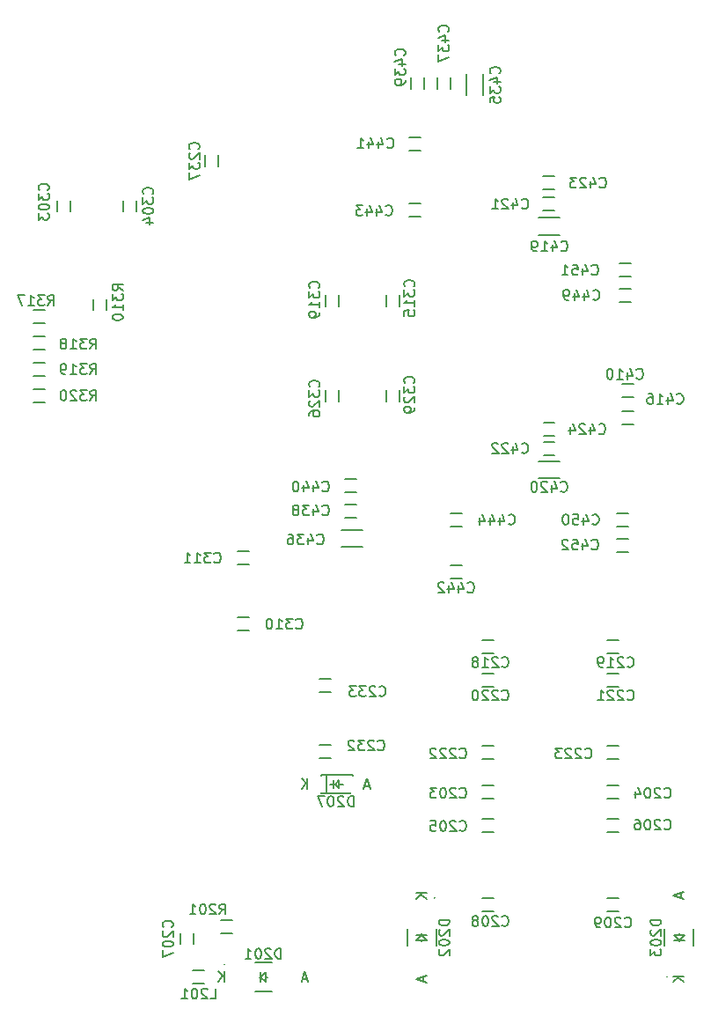
<source format=gbo>
G04 #@! TF.FileFunction,Legend,Bot*
%FSLAX46Y46*%
G04 Gerber Fmt 4.6, Leading zero omitted, Abs format (unit mm)*
G04 Created by KiCad (PCBNEW 4.0.1-stable) date 19/01/2016 21:52:03*
%MOMM*%
G01*
G04 APERTURE LIST*
%ADD10C,0.100000*%
%ADD11C,0.150000*%
G04 APERTURE END LIST*
D10*
D11*
X60961000Y24765500D02*
X60427600Y24765500D01*
X60961000Y24765500D02*
X61494400Y24765500D01*
X60961000Y23495500D02*
X60427600Y23495500D01*
X60961000Y23495500D02*
X61494400Y23495500D01*
X73026000Y24765500D02*
X72492600Y24765500D01*
X73026000Y24765500D02*
X73559400Y24765500D01*
X73026000Y23495500D02*
X72492600Y23495500D01*
X73026000Y23495500D02*
X73559400Y23495500D01*
X60961000Y21590500D02*
X60427600Y21590500D01*
X60961000Y21590500D02*
X61494400Y21590500D01*
X60961000Y20320500D02*
X60427600Y20320500D01*
X60961000Y20320500D02*
X61494400Y20320500D01*
X73026000Y21590500D02*
X72492600Y21590500D01*
X73026000Y21590500D02*
X73559400Y21590500D01*
X73026000Y20320500D02*
X72492600Y20320500D01*
X73026000Y20320500D02*
X73559400Y20320500D01*
X31370000Y10033500D02*
X31370000Y9500100D01*
X31370000Y10033500D02*
X31370000Y10566900D01*
X32640000Y10033500D02*
X32640000Y9500100D01*
X32640000Y10033500D02*
X32640000Y10566900D01*
X60961000Y13970500D02*
X60427600Y13970500D01*
X60961000Y13970500D02*
X61494400Y13970500D01*
X60961000Y12700500D02*
X60427600Y12700500D01*
X60961000Y12700500D02*
X61494400Y12700500D01*
X73026000Y13970500D02*
X72492600Y13970500D01*
X73026000Y13970500D02*
X73559400Y13970500D01*
X73026000Y12700500D02*
X72492600Y12700500D01*
X73026000Y12700500D02*
X73559400Y12700500D01*
X60961000Y38735500D02*
X60427600Y38735500D01*
X60961000Y38735500D02*
X61494400Y38735500D01*
X60961000Y37465500D02*
X60427600Y37465500D01*
X60961000Y37465500D02*
X61494400Y37465500D01*
X73026000Y38735500D02*
X72492600Y38735500D01*
X73026000Y38735500D02*
X73559400Y38735500D01*
X73026000Y37465500D02*
X72492600Y37465500D01*
X73026000Y37465500D02*
X73559400Y37465500D01*
X60961000Y35560500D02*
X60427600Y35560500D01*
X60961000Y35560500D02*
X61494400Y35560500D01*
X60961000Y34290500D02*
X60427600Y34290500D01*
X60961000Y34290500D02*
X61494400Y34290500D01*
X73026000Y35560500D02*
X72492600Y35560500D01*
X73026000Y35560500D02*
X73559400Y35560500D01*
X73026000Y34290500D02*
X72492600Y34290500D01*
X73026000Y34290500D02*
X73559400Y34290500D01*
X60961000Y28575500D02*
X60427600Y28575500D01*
X60961000Y28575500D02*
X61494400Y28575500D01*
X60961000Y27305500D02*
X60427600Y27305500D01*
X60961000Y27305500D02*
X61494400Y27305500D01*
X73026000Y28575500D02*
X72492600Y28575500D01*
X73026000Y28575500D02*
X73559400Y28575500D01*
X73026000Y27305500D02*
X72492600Y27305500D01*
X73026000Y27305500D02*
X73559400Y27305500D01*
X45339000Y28702000D02*
X44805600Y28702000D01*
X45339000Y28702000D02*
X45872400Y28702000D01*
X45339000Y27432000D02*
X44805600Y27432000D01*
X45339000Y27432000D02*
X45872400Y27432000D01*
X45340000Y35052000D02*
X44806600Y35052000D01*
X45340000Y35052000D02*
X45873400Y35052000D01*
X45340000Y33782000D02*
X44806600Y33782000D01*
X45340000Y33782000D02*
X45873400Y33782000D01*
X19508200Y80467700D02*
X19508200Y79934300D01*
X19508200Y80467700D02*
X19508200Y81001100D01*
X20778200Y80467700D02*
X20778200Y79934300D01*
X20778200Y80467700D02*
X20778200Y81001100D01*
X25858200Y80467700D02*
X25858200Y79934300D01*
X25858200Y80467700D02*
X25858200Y81001100D01*
X27128200Y80467700D02*
X27128200Y79934300D01*
X27128200Y80467700D02*
X27128200Y81001100D01*
X37433300Y40965510D02*
X36899900Y40965510D01*
X37433300Y40965510D02*
X37966700Y40965510D01*
X37433300Y39695510D02*
X36899900Y39695510D01*
X37433300Y39695510D02*
X37966700Y39695510D01*
X37433300Y47315510D02*
X36899900Y47315510D01*
X37433300Y47315510D02*
X37966700Y47315510D01*
X37433300Y46045510D02*
X36899900Y46045510D01*
X37433300Y46045510D02*
X37966700Y46045510D01*
X51181000Y71374500D02*
X51181000Y70841100D01*
X51181000Y71374500D02*
X51181000Y71907900D01*
X52451000Y71374500D02*
X52451000Y70841100D01*
X52451000Y71374500D02*
X52451000Y71907900D01*
X45339000Y71374500D02*
X45339000Y70841100D01*
X45339000Y71374500D02*
X45339000Y71907900D01*
X46609000Y71374500D02*
X46609000Y70841100D01*
X46609000Y71374500D02*
X46609000Y71907900D01*
X46609000Y62230500D02*
X46609000Y62763900D01*
X46609000Y62230500D02*
X46609000Y61697100D01*
X45339000Y62230500D02*
X45339000Y62763900D01*
X45339000Y62230500D02*
X45339000Y61697100D01*
X52451000Y62230500D02*
X52451000Y62763900D01*
X52451000Y62230500D02*
X52451000Y61697100D01*
X51181000Y62230500D02*
X51181000Y62763900D01*
X51181000Y62230500D02*
X51181000Y61697100D01*
X66904600Y79350100D02*
X65888600Y79350100D01*
X66904600Y79350100D02*
X67920600Y79350100D01*
X66904600Y77724500D02*
X67920600Y77724500D01*
X66904600Y77724500D02*
X65888600Y77724500D01*
X66879200Y55905900D02*
X65863200Y55905900D01*
X66879200Y55905900D02*
X67895200Y55905900D01*
X66879200Y54280300D02*
X67895200Y54280300D01*
X66879200Y54280300D02*
X65863200Y54280300D01*
X66828400Y81331300D02*
X66295000Y81331300D01*
X66828400Y81331300D02*
X67361800Y81331300D01*
X66828400Y80061300D02*
X66295000Y80061300D01*
X66828400Y80061300D02*
X67361800Y80061300D01*
X66853800Y57785500D02*
X66320400Y57785500D01*
X66853800Y57785500D02*
X67387200Y57785500D01*
X66853800Y56515500D02*
X66320400Y56515500D01*
X66853800Y56515500D02*
X67387200Y56515500D01*
X66828400Y83388700D02*
X66295000Y83388700D01*
X66828400Y83388700D02*
X67361800Y83388700D01*
X66828400Y82118700D02*
X66295000Y82118700D01*
X66828400Y82118700D02*
X67361800Y82118700D01*
X66853800Y59690500D02*
X66320400Y59690500D01*
X66853800Y59690500D02*
X67387200Y59690500D01*
X66853800Y58420500D02*
X66320400Y58420500D01*
X66853800Y58420500D02*
X67387200Y58420500D01*
X58903600Y92126300D02*
X58903600Y91110300D01*
X58903600Y92126300D02*
X58903600Y93142300D01*
X60529200Y92126300D02*
X60529200Y93142300D01*
X60529200Y92126300D02*
X60529200Y91110300D01*
X47880000Y47701700D02*
X48896000Y47701700D01*
X47880000Y47701700D02*
X46864000Y47701700D01*
X47880000Y49327300D02*
X46864000Y49327300D01*
X47880000Y49327300D02*
X48896000Y49327300D01*
X56084200Y92278700D02*
X56084200Y91745300D01*
X56084200Y92278700D02*
X56084200Y92812100D01*
X57354200Y92278700D02*
X57354200Y91745300D01*
X57354200Y92278700D02*
X57354200Y92812100D01*
X47753000Y50546500D02*
X48286400Y50546500D01*
X47753000Y50546500D02*
X47219600Y50546500D01*
X47753000Y51816500D02*
X48286400Y51816500D01*
X47753000Y51816500D02*
X47219600Y51816500D01*
X53544200Y92270900D02*
X53544200Y91737500D01*
X53544200Y92270900D02*
X53544200Y92804300D01*
X54814200Y92270900D02*
X54814200Y91737500D01*
X54814200Y92270900D02*
X54814200Y92804300D01*
X47753000Y52959500D02*
X48286400Y52959500D01*
X47753000Y52959500D02*
X47219600Y52959500D01*
X47753000Y54229500D02*
X48286400Y54229500D01*
X47753000Y54229500D02*
X47219600Y54229500D01*
X53976000Y87122500D02*
X53442600Y87122500D01*
X53976000Y87122500D02*
X54509400Y87122500D01*
X53976000Y85852500D02*
X53442600Y85852500D01*
X53976000Y85852500D02*
X54509400Y85852500D01*
X57913000Y45974500D02*
X57379600Y45974500D01*
X57913000Y45974500D02*
X58446400Y45974500D01*
X57913000Y44704500D02*
X57379600Y44704500D01*
X57913000Y44704500D02*
X58446400Y44704500D01*
X53976000Y80709000D02*
X53442600Y80709000D01*
X53976000Y80709000D02*
X54509400Y80709000D01*
X53976000Y79439000D02*
X53442600Y79439000D01*
X53976000Y79439000D02*
X54509400Y79439000D01*
X57913000Y50927500D02*
X57379600Y50927500D01*
X57913000Y50927500D02*
X58446400Y50927500D01*
X57913000Y49657500D02*
X57379600Y49657500D01*
X57913000Y49657500D02*
X58446400Y49657500D01*
X39671000Y6350500D02*
X39771000Y6350500D01*
X39071000Y6350500D02*
X38971000Y6350500D01*
X35626902Y7550500D02*
G75*
G03X35626902Y7550500I-55902J0D01*
G01*
X39121000Y6850500D02*
X39121000Y5850500D01*
X39621000Y6850500D02*
X39121000Y6350500D01*
X39621000Y6850500D02*
X39621000Y5850500D01*
X39621000Y5850500D02*
X39121000Y6350500D01*
X39371000Y4950500D02*
X40171000Y4950500D01*
X39371000Y4950500D02*
X38571000Y4950500D01*
X39371000Y7750500D02*
X38571000Y7750500D01*
X39371000Y7750500D02*
X40171000Y7750500D01*
X54611000Y9860500D02*
X54611000Y9760500D01*
X54611000Y10460500D02*
X54611000Y10560500D01*
X55866902Y13960500D02*
G75*
G03X55866902Y13960500I-55902J0D01*
G01*
X55111000Y10410500D02*
X54111000Y10410500D01*
X55111000Y9910500D02*
X54611000Y10410500D01*
X55111000Y9910500D02*
X54111000Y9910500D01*
X54111000Y9910500D02*
X54611000Y10410500D01*
X53211000Y10160500D02*
X53211000Y9360500D01*
X53211000Y10160500D02*
X53211000Y10960500D01*
X56011000Y10160500D02*
X56011000Y10960500D01*
X56011000Y10160500D02*
X56011000Y9360500D01*
X79376000Y10460500D02*
X79376000Y10560500D01*
X79376000Y9860500D02*
X79376000Y9760500D01*
X78231902Y6360500D02*
G75*
G03X78231902Y6360500I-55902J0D01*
G01*
X78876000Y9910500D02*
X79876000Y9910500D01*
X78876000Y10410500D02*
X79376000Y9910500D01*
X78876000Y10410500D02*
X79876000Y10410500D01*
X79876000Y10410500D02*
X79376000Y9910500D01*
X80776000Y10160500D02*
X80776000Y10960500D01*
X80776000Y10160500D02*
X80776000Y9360500D01*
X77976000Y10160500D02*
X77976000Y9360500D01*
X77976000Y10160500D02*
X77976000Y10960500D01*
X45455000Y23992000D02*
X45455000Y25792000D01*
X46155000Y24892000D02*
X45755000Y24892000D01*
X46655000Y24892000D02*
X47055000Y24892000D01*
X46155000Y24492000D02*
X46155000Y25292000D01*
X46655000Y25292000D02*
X46255000Y24892000D01*
X46655000Y24492000D02*
X46655000Y25292000D01*
X46255000Y24892000D02*
X46655000Y24492000D01*
X47955000Y25792000D02*
X47955000Y25692000D01*
X44955000Y25792000D02*
X47955000Y25792000D01*
X44955000Y25692000D02*
X44955000Y25792000D01*
X47755000Y23992000D02*
X47755000Y24092000D01*
X46355000Y23992000D02*
X47755000Y23992000D01*
X44955000Y23992000D02*
X44955000Y24092000D01*
X46355000Y23992000D02*
X44955000Y23992000D01*
X33148000Y5715500D02*
X33681400Y5715500D01*
X33148000Y5715500D02*
X32614600Y5715500D01*
X33148000Y6985500D02*
X33681400Y6985500D01*
X33148000Y6985500D02*
X32614600Y6985500D01*
X35815000Y11811500D02*
X35281600Y11811500D01*
X35815000Y11811500D02*
X36348400Y11811500D01*
X35815000Y10541500D02*
X35281600Y10541500D01*
X35815000Y10541500D02*
X36348400Y10541500D01*
X17780000Y69215000D02*
X18313400Y69215000D01*
X17780000Y69215000D02*
X17246600Y69215000D01*
X17780000Y70485000D02*
X18313400Y70485000D01*
X17780000Y70485000D02*
X17246600Y70485000D01*
X17781000Y66675500D02*
X18314400Y66675500D01*
X17781000Y66675500D02*
X17247600Y66675500D01*
X17781000Y67945500D02*
X18314400Y67945500D01*
X17781000Y67945500D02*
X17247600Y67945500D01*
X17781000Y64135500D02*
X18314400Y64135500D01*
X17781000Y64135500D02*
X17247600Y64135500D01*
X17781000Y65405500D02*
X18314400Y65405500D01*
X17781000Y65405500D02*
X17247600Y65405500D01*
X17781000Y61595500D02*
X18314400Y61595500D01*
X17781000Y61595500D02*
X17247600Y61595500D01*
X17781000Y62865500D02*
X18314400Y62865500D01*
X17781000Y62865500D02*
X17247600Y62865500D01*
X35062160Y84861400D02*
X35062160Y85394800D01*
X35062160Y84861400D02*
X35062160Y84328000D01*
X33792160Y84861400D02*
X33792160Y85394800D01*
X33792160Y84861400D02*
X33792160Y84328000D01*
X74422000Y62128208D02*
X74955400Y62128208D01*
X74422000Y62128208D02*
X73888600Y62128208D01*
X74422000Y63398208D02*
X74955400Y63398208D01*
X74422000Y63398208D02*
X73888600Y63398208D01*
X74422000Y59503208D02*
X74955400Y59503208D01*
X74422000Y59503208D02*
X73888600Y59503208D01*
X74422000Y60773208D02*
X74955400Y60773208D01*
X74422000Y60773208D02*
X73888600Y60773208D01*
X74168000Y71258884D02*
X74701400Y71258884D01*
X74168000Y71258884D02*
X73634600Y71258884D01*
X74168000Y72528884D02*
X74701400Y72528884D01*
X74168000Y72528884D02*
X73634600Y72528884D01*
X73914000Y49657000D02*
X74447400Y49657000D01*
X73914000Y49657000D02*
X73380600Y49657000D01*
X73914000Y50927000D02*
X74447400Y50927000D01*
X73914000Y50927000D02*
X73380600Y50927000D01*
X74168000Y73671884D02*
X74701400Y73671884D01*
X74168000Y73671884D02*
X73634600Y73671884D01*
X74168000Y74941884D02*
X74701400Y74941884D01*
X74168000Y74941884D02*
X73634600Y74941884D01*
X73914000Y47244000D02*
X74447400Y47244000D01*
X73914000Y47244000D02*
X73380600Y47244000D01*
X73914000Y48514000D02*
X74447400Y48514000D01*
X73914000Y48514000D02*
X73380600Y48514000D01*
X22987000Y70993000D02*
X22987000Y70459600D01*
X22987000Y70993000D02*
X22987000Y71526400D01*
X24257000Y70993000D02*
X24257000Y70459600D01*
X24257000Y70993000D02*
X24257000Y71526400D01*
X58269047Y23645857D02*
X58316666Y23598238D01*
X58459523Y23550619D01*
X58554761Y23550619D01*
X58697619Y23598238D01*
X58792857Y23693476D01*
X58840476Y23788714D01*
X58888095Y23979190D01*
X58888095Y24122048D01*
X58840476Y24312524D01*
X58792857Y24407762D01*
X58697619Y24503000D01*
X58554761Y24550619D01*
X58459523Y24550619D01*
X58316666Y24503000D01*
X58269047Y24455381D01*
X57888095Y24455381D02*
X57840476Y24503000D01*
X57745238Y24550619D01*
X57507142Y24550619D01*
X57411904Y24503000D01*
X57364285Y24455381D01*
X57316666Y24360143D01*
X57316666Y24264905D01*
X57364285Y24122048D01*
X57935714Y23550619D01*
X57316666Y23550619D01*
X56697619Y24550619D02*
X56602380Y24550619D01*
X56507142Y24503000D01*
X56459523Y24455381D01*
X56411904Y24360143D01*
X56364285Y24169667D01*
X56364285Y23931571D01*
X56411904Y23741095D01*
X56459523Y23645857D01*
X56507142Y23598238D01*
X56602380Y23550619D01*
X56697619Y23550619D01*
X56792857Y23598238D01*
X56840476Y23645857D01*
X56888095Y23741095D01*
X56935714Y23931571D01*
X56935714Y24169667D01*
X56888095Y24360143D01*
X56840476Y24455381D01*
X56792857Y24503000D01*
X56697619Y24550619D01*
X56030952Y24550619D02*
X55411904Y24550619D01*
X55745238Y24169667D01*
X55602380Y24169667D01*
X55507142Y24122048D01*
X55459523Y24074429D01*
X55411904Y23979190D01*
X55411904Y23741095D01*
X55459523Y23645857D01*
X55507142Y23598238D01*
X55602380Y23550619D01*
X55888095Y23550619D01*
X55983333Y23598238D01*
X56030952Y23645857D01*
X77954047Y23645857D02*
X78001666Y23598238D01*
X78144523Y23550619D01*
X78239761Y23550619D01*
X78382619Y23598238D01*
X78477857Y23693476D01*
X78525476Y23788714D01*
X78573095Y23979190D01*
X78573095Y24122048D01*
X78525476Y24312524D01*
X78477857Y24407762D01*
X78382619Y24503000D01*
X78239761Y24550619D01*
X78144523Y24550619D01*
X78001666Y24503000D01*
X77954047Y24455381D01*
X77573095Y24455381D02*
X77525476Y24503000D01*
X77430238Y24550619D01*
X77192142Y24550619D01*
X77096904Y24503000D01*
X77049285Y24455381D01*
X77001666Y24360143D01*
X77001666Y24264905D01*
X77049285Y24122048D01*
X77620714Y23550619D01*
X77001666Y23550619D01*
X76382619Y24550619D02*
X76287380Y24550619D01*
X76192142Y24503000D01*
X76144523Y24455381D01*
X76096904Y24360143D01*
X76049285Y24169667D01*
X76049285Y23931571D01*
X76096904Y23741095D01*
X76144523Y23645857D01*
X76192142Y23598238D01*
X76287380Y23550619D01*
X76382619Y23550619D01*
X76477857Y23598238D01*
X76525476Y23645857D01*
X76573095Y23741095D01*
X76620714Y23931571D01*
X76620714Y24169667D01*
X76573095Y24360143D01*
X76525476Y24455381D01*
X76477857Y24503000D01*
X76382619Y24550619D01*
X75192142Y24217286D02*
X75192142Y23550619D01*
X75430238Y24598238D02*
X75668333Y23883952D01*
X75049285Y23883952D01*
X58269047Y20470857D02*
X58316666Y20423238D01*
X58459523Y20375619D01*
X58554761Y20375619D01*
X58697619Y20423238D01*
X58792857Y20518476D01*
X58840476Y20613714D01*
X58888095Y20804190D01*
X58888095Y20947048D01*
X58840476Y21137524D01*
X58792857Y21232762D01*
X58697619Y21328000D01*
X58554761Y21375619D01*
X58459523Y21375619D01*
X58316666Y21328000D01*
X58269047Y21280381D01*
X57888095Y21280381D02*
X57840476Y21328000D01*
X57745238Y21375619D01*
X57507142Y21375619D01*
X57411904Y21328000D01*
X57364285Y21280381D01*
X57316666Y21185143D01*
X57316666Y21089905D01*
X57364285Y20947048D01*
X57935714Y20375619D01*
X57316666Y20375619D01*
X56697619Y21375619D02*
X56602380Y21375619D01*
X56507142Y21328000D01*
X56459523Y21280381D01*
X56411904Y21185143D01*
X56364285Y20994667D01*
X56364285Y20756571D01*
X56411904Y20566095D01*
X56459523Y20470857D01*
X56507142Y20423238D01*
X56602380Y20375619D01*
X56697619Y20375619D01*
X56792857Y20423238D01*
X56840476Y20470857D01*
X56888095Y20566095D01*
X56935714Y20756571D01*
X56935714Y20994667D01*
X56888095Y21185143D01*
X56840476Y21280381D01*
X56792857Y21328000D01*
X56697619Y21375619D01*
X55459523Y21375619D02*
X55935714Y21375619D01*
X55983333Y20899429D01*
X55935714Y20947048D01*
X55840476Y20994667D01*
X55602380Y20994667D01*
X55507142Y20947048D01*
X55459523Y20899429D01*
X55411904Y20804190D01*
X55411904Y20566095D01*
X55459523Y20470857D01*
X55507142Y20423238D01*
X55602380Y20375619D01*
X55840476Y20375619D01*
X55935714Y20423238D01*
X55983333Y20470857D01*
X77954047Y20597857D02*
X78001666Y20550238D01*
X78144523Y20502619D01*
X78239761Y20502619D01*
X78382619Y20550238D01*
X78477857Y20645476D01*
X78525476Y20740714D01*
X78573095Y20931190D01*
X78573095Y21074048D01*
X78525476Y21264524D01*
X78477857Y21359762D01*
X78382619Y21455000D01*
X78239761Y21502619D01*
X78144523Y21502619D01*
X78001666Y21455000D01*
X77954047Y21407381D01*
X77573095Y21407381D02*
X77525476Y21455000D01*
X77430238Y21502619D01*
X77192142Y21502619D01*
X77096904Y21455000D01*
X77049285Y21407381D01*
X77001666Y21312143D01*
X77001666Y21216905D01*
X77049285Y21074048D01*
X77620714Y20502619D01*
X77001666Y20502619D01*
X76382619Y21502619D02*
X76287380Y21502619D01*
X76192142Y21455000D01*
X76144523Y21407381D01*
X76096904Y21312143D01*
X76049285Y21121667D01*
X76049285Y20883571D01*
X76096904Y20693095D01*
X76144523Y20597857D01*
X76192142Y20550238D01*
X76287380Y20502619D01*
X76382619Y20502619D01*
X76477857Y20550238D01*
X76525476Y20597857D01*
X76573095Y20693095D01*
X76620714Y20883571D01*
X76620714Y21121667D01*
X76573095Y21312143D01*
X76525476Y21407381D01*
X76477857Y21455000D01*
X76382619Y21502619D01*
X75192142Y21502619D02*
X75382619Y21502619D01*
X75477857Y21455000D01*
X75525476Y21407381D01*
X75620714Y21264524D01*
X75668333Y21074048D01*
X75668333Y20693095D01*
X75620714Y20597857D01*
X75573095Y20550238D01*
X75477857Y20502619D01*
X75287380Y20502619D01*
X75192142Y20550238D01*
X75144523Y20597857D01*
X75096904Y20693095D01*
X75096904Y20931190D01*
X75144523Y21026429D01*
X75192142Y21074048D01*
X75287380Y21121667D01*
X75477857Y21121667D01*
X75573095Y21074048D01*
X75620714Y21026429D01*
X75668333Y20931190D01*
X30583143Y11152047D02*
X30630762Y11199666D01*
X30678381Y11342523D01*
X30678381Y11437761D01*
X30630762Y11580619D01*
X30535524Y11675857D01*
X30440286Y11723476D01*
X30249810Y11771095D01*
X30106952Y11771095D01*
X29916476Y11723476D01*
X29821238Y11675857D01*
X29726000Y11580619D01*
X29678381Y11437761D01*
X29678381Y11342523D01*
X29726000Y11199666D01*
X29773619Y11152047D01*
X29773619Y10771095D02*
X29726000Y10723476D01*
X29678381Y10628238D01*
X29678381Y10390142D01*
X29726000Y10294904D01*
X29773619Y10247285D01*
X29868857Y10199666D01*
X29964095Y10199666D01*
X30106952Y10247285D01*
X30678381Y10818714D01*
X30678381Y10199666D01*
X29678381Y9580619D02*
X29678381Y9485380D01*
X29726000Y9390142D01*
X29773619Y9342523D01*
X29868857Y9294904D01*
X30059333Y9247285D01*
X30297429Y9247285D01*
X30487905Y9294904D01*
X30583143Y9342523D01*
X30630762Y9390142D01*
X30678381Y9485380D01*
X30678381Y9580619D01*
X30630762Y9675857D01*
X30583143Y9723476D01*
X30487905Y9771095D01*
X30297429Y9818714D01*
X30059333Y9818714D01*
X29868857Y9771095D01*
X29773619Y9723476D01*
X29726000Y9675857D01*
X29678381Y9580619D01*
X29678381Y8913952D02*
X29678381Y8247285D01*
X30678381Y8675857D01*
X62333047Y11326857D02*
X62380666Y11279238D01*
X62523523Y11231619D01*
X62618761Y11231619D01*
X62761619Y11279238D01*
X62856857Y11374476D01*
X62904476Y11469714D01*
X62952095Y11660190D01*
X62952095Y11803048D01*
X62904476Y11993524D01*
X62856857Y12088762D01*
X62761619Y12184000D01*
X62618761Y12231619D01*
X62523523Y12231619D01*
X62380666Y12184000D01*
X62333047Y12136381D01*
X61952095Y12136381D02*
X61904476Y12184000D01*
X61809238Y12231619D01*
X61571142Y12231619D01*
X61475904Y12184000D01*
X61428285Y12136381D01*
X61380666Y12041143D01*
X61380666Y11945905D01*
X61428285Y11803048D01*
X61999714Y11231619D01*
X61380666Y11231619D01*
X60761619Y12231619D02*
X60666380Y12231619D01*
X60571142Y12184000D01*
X60523523Y12136381D01*
X60475904Y12041143D01*
X60428285Y11850667D01*
X60428285Y11612571D01*
X60475904Y11422095D01*
X60523523Y11326857D01*
X60571142Y11279238D01*
X60666380Y11231619D01*
X60761619Y11231619D01*
X60856857Y11279238D01*
X60904476Y11326857D01*
X60952095Y11422095D01*
X60999714Y11612571D01*
X60999714Y11850667D01*
X60952095Y12041143D01*
X60904476Y12136381D01*
X60856857Y12184000D01*
X60761619Y12231619D01*
X59856857Y11803048D02*
X59952095Y11850667D01*
X59999714Y11898286D01*
X60047333Y11993524D01*
X60047333Y12041143D01*
X59999714Y12136381D01*
X59952095Y12184000D01*
X59856857Y12231619D01*
X59666380Y12231619D01*
X59571142Y12184000D01*
X59523523Y12136381D01*
X59475904Y12041143D01*
X59475904Y11993524D01*
X59523523Y11898286D01*
X59571142Y11850667D01*
X59666380Y11803048D01*
X59856857Y11803048D01*
X59952095Y11755429D01*
X59999714Y11707810D01*
X60047333Y11612571D01*
X60047333Y11422095D01*
X59999714Y11326857D01*
X59952095Y11279238D01*
X59856857Y11231619D01*
X59666380Y11231619D01*
X59571142Y11279238D01*
X59523523Y11326857D01*
X59475904Y11422095D01*
X59475904Y11612571D01*
X59523523Y11707810D01*
X59571142Y11755429D01*
X59666380Y11803048D01*
X74144047Y11199857D02*
X74191666Y11152238D01*
X74334523Y11104619D01*
X74429761Y11104619D01*
X74572619Y11152238D01*
X74667857Y11247476D01*
X74715476Y11342714D01*
X74763095Y11533190D01*
X74763095Y11676048D01*
X74715476Y11866524D01*
X74667857Y11961762D01*
X74572619Y12057000D01*
X74429761Y12104619D01*
X74334523Y12104619D01*
X74191666Y12057000D01*
X74144047Y12009381D01*
X73763095Y12009381D02*
X73715476Y12057000D01*
X73620238Y12104619D01*
X73382142Y12104619D01*
X73286904Y12057000D01*
X73239285Y12009381D01*
X73191666Y11914143D01*
X73191666Y11818905D01*
X73239285Y11676048D01*
X73810714Y11104619D01*
X73191666Y11104619D01*
X72572619Y12104619D02*
X72477380Y12104619D01*
X72382142Y12057000D01*
X72334523Y12009381D01*
X72286904Y11914143D01*
X72239285Y11723667D01*
X72239285Y11485571D01*
X72286904Y11295095D01*
X72334523Y11199857D01*
X72382142Y11152238D01*
X72477380Y11104619D01*
X72572619Y11104619D01*
X72667857Y11152238D01*
X72715476Y11199857D01*
X72763095Y11295095D01*
X72810714Y11485571D01*
X72810714Y11723667D01*
X72763095Y11914143D01*
X72715476Y12009381D01*
X72667857Y12057000D01*
X72572619Y12104619D01*
X71763095Y11104619D02*
X71572619Y11104619D01*
X71477380Y11152238D01*
X71429761Y11199857D01*
X71334523Y11342714D01*
X71286904Y11533190D01*
X71286904Y11914143D01*
X71334523Y12009381D01*
X71382142Y12057000D01*
X71477380Y12104619D01*
X71667857Y12104619D01*
X71763095Y12057000D01*
X71810714Y12009381D01*
X71858333Y11914143D01*
X71858333Y11676048D01*
X71810714Y11580810D01*
X71763095Y11533190D01*
X71667857Y11485571D01*
X71477380Y11485571D01*
X71382142Y11533190D01*
X71334523Y11580810D01*
X71286904Y11676048D01*
X62334047Y36219357D02*
X62381666Y36171738D01*
X62524523Y36124119D01*
X62619761Y36124119D01*
X62762619Y36171738D01*
X62857857Y36266976D01*
X62905476Y36362214D01*
X62953095Y36552690D01*
X62953095Y36695548D01*
X62905476Y36886024D01*
X62857857Y36981262D01*
X62762619Y37076500D01*
X62619761Y37124119D01*
X62524523Y37124119D01*
X62381666Y37076500D01*
X62334047Y37028881D01*
X61953095Y37028881D02*
X61905476Y37076500D01*
X61810238Y37124119D01*
X61572142Y37124119D01*
X61476904Y37076500D01*
X61429285Y37028881D01*
X61381666Y36933643D01*
X61381666Y36838405D01*
X61429285Y36695548D01*
X62000714Y36124119D01*
X61381666Y36124119D01*
X60429285Y36124119D02*
X61000714Y36124119D01*
X60715000Y36124119D02*
X60715000Y37124119D01*
X60810238Y36981262D01*
X60905476Y36886024D01*
X61000714Y36838405D01*
X59857857Y36695548D02*
X59953095Y36743167D01*
X60000714Y36790786D01*
X60048333Y36886024D01*
X60048333Y36933643D01*
X60000714Y37028881D01*
X59953095Y37076500D01*
X59857857Y37124119D01*
X59667380Y37124119D01*
X59572142Y37076500D01*
X59524523Y37028881D01*
X59476904Y36933643D01*
X59476904Y36886024D01*
X59524523Y36790786D01*
X59572142Y36743167D01*
X59667380Y36695548D01*
X59857857Y36695548D01*
X59953095Y36647929D01*
X60000714Y36600310D01*
X60048333Y36505071D01*
X60048333Y36314595D01*
X60000714Y36219357D01*
X59953095Y36171738D01*
X59857857Y36124119D01*
X59667380Y36124119D01*
X59572142Y36171738D01*
X59524523Y36219357D01*
X59476904Y36314595D01*
X59476904Y36505071D01*
X59524523Y36600310D01*
X59572142Y36647929D01*
X59667380Y36695548D01*
X74399047Y36219357D02*
X74446666Y36171738D01*
X74589523Y36124119D01*
X74684761Y36124119D01*
X74827619Y36171738D01*
X74922857Y36266976D01*
X74970476Y36362214D01*
X75018095Y36552690D01*
X75018095Y36695548D01*
X74970476Y36886024D01*
X74922857Y36981262D01*
X74827619Y37076500D01*
X74684761Y37124119D01*
X74589523Y37124119D01*
X74446666Y37076500D01*
X74399047Y37028881D01*
X74018095Y37028881D02*
X73970476Y37076500D01*
X73875238Y37124119D01*
X73637142Y37124119D01*
X73541904Y37076500D01*
X73494285Y37028881D01*
X73446666Y36933643D01*
X73446666Y36838405D01*
X73494285Y36695548D01*
X74065714Y36124119D01*
X73446666Y36124119D01*
X72494285Y36124119D02*
X73065714Y36124119D01*
X72780000Y36124119D02*
X72780000Y37124119D01*
X72875238Y36981262D01*
X72970476Y36886024D01*
X73065714Y36838405D01*
X72018095Y36124119D02*
X71827619Y36124119D01*
X71732380Y36171738D01*
X71684761Y36219357D01*
X71589523Y36362214D01*
X71541904Y36552690D01*
X71541904Y36933643D01*
X71589523Y37028881D01*
X71637142Y37076500D01*
X71732380Y37124119D01*
X71922857Y37124119D01*
X72018095Y37076500D01*
X72065714Y37028881D01*
X72113333Y36933643D01*
X72113333Y36695548D01*
X72065714Y36600310D01*
X72018095Y36552690D01*
X71922857Y36505071D01*
X71732380Y36505071D01*
X71637142Y36552690D01*
X71589523Y36600310D01*
X71541904Y36695548D01*
X62334047Y33044357D02*
X62381666Y32996738D01*
X62524523Y32949119D01*
X62619761Y32949119D01*
X62762619Y32996738D01*
X62857857Y33091976D01*
X62905476Y33187214D01*
X62953095Y33377690D01*
X62953095Y33520548D01*
X62905476Y33711024D01*
X62857857Y33806262D01*
X62762619Y33901500D01*
X62619761Y33949119D01*
X62524523Y33949119D01*
X62381666Y33901500D01*
X62334047Y33853881D01*
X61953095Y33853881D02*
X61905476Y33901500D01*
X61810238Y33949119D01*
X61572142Y33949119D01*
X61476904Y33901500D01*
X61429285Y33853881D01*
X61381666Y33758643D01*
X61381666Y33663405D01*
X61429285Y33520548D01*
X62000714Y32949119D01*
X61381666Y32949119D01*
X61000714Y33853881D02*
X60953095Y33901500D01*
X60857857Y33949119D01*
X60619761Y33949119D01*
X60524523Y33901500D01*
X60476904Y33853881D01*
X60429285Y33758643D01*
X60429285Y33663405D01*
X60476904Y33520548D01*
X61048333Y32949119D01*
X60429285Y32949119D01*
X59810238Y33949119D02*
X59714999Y33949119D01*
X59619761Y33901500D01*
X59572142Y33853881D01*
X59524523Y33758643D01*
X59476904Y33568167D01*
X59476904Y33330071D01*
X59524523Y33139595D01*
X59572142Y33044357D01*
X59619761Y32996738D01*
X59714999Y32949119D01*
X59810238Y32949119D01*
X59905476Y32996738D01*
X59953095Y33044357D01*
X60000714Y33139595D01*
X60048333Y33330071D01*
X60048333Y33568167D01*
X60000714Y33758643D01*
X59953095Y33853881D01*
X59905476Y33901500D01*
X59810238Y33949119D01*
X74399047Y33044357D02*
X74446666Y32996738D01*
X74589523Y32949119D01*
X74684761Y32949119D01*
X74827619Y32996738D01*
X74922857Y33091976D01*
X74970476Y33187214D01*
X75018095Y33377690D01*
X75018095Y33520548D01*
X74970476Y33711024D01*
X74922857Y33806262D01*
X74827619Y33901500D01*
X74684761Y33949119D01*
X74589523Y33949119D01*
X74446666Y33901500D01*
X74399047Y33853881D01*
X74018095Y33853881D02*
X73970476Y33901500D01*
X73875238Y33949119D01*
X73637142Y33949119D01*
X73541904Y33901500D01*
X73494285Y33853881D01*
X73446666Y33758643D01*
X73446666Y33663405D01*
X73494285Y33520548D01*
X74065714Y32949119D01*
X73446666Y32949119D01*
X73065714Y33853881D02*
X73018095Y33901500D01*
X72922857Y33949119D01*
X72684761Y33949119D01*
X72589523Y33901500D01*
X72541904Y33853881D01*
X72494285Y33758643D01*
X72494285Y33663405D01*
X72541904Y33520548D01*
X73113333Y32949119D01*
X72494285Y32949119D01*
X71541904Y32949119D02*
X72113333Y32949119D01*
X71827619Y32949119D02*
X71827619Y33949119D01*
X71922857Y33806262D01*
X72018095Y33711024D01*
X72113333Y33663405D01*
X58269047Y27455857D02*
X58316666Y27408238D01*
X58459523Y27360619D01*
X58554761Y27360619D01*
X58697619Y27408238D01*
X58792857Y27503476D01*
X58840476Y27598714D01*
X58888095Y27789190D01*
X58888095Y27932048D01*
X58840476Y28122524D01*
X58792857Y28217762D01*
X58697619Y28313000D01*
X58554761Y28360619D01*
X58459523Y28360619D01*
X58316666Y28313000D01*
X58269047Y28265381D01*
X57888095Y28265381D02*
X57840476Y28313000D01*
X57745238Y28360619D01*
X57507142Y28360619D01*
X57411904Y28313000D01*
X57364285Y28265381D01*
X57316666Y28170143D01*
X57316666Y28074905D01*
X57364285Y27932048D01*
X57935714Y27360619D01*
X57316666Y27360619D01*
X56935714Y28265381D02*
X56888095Y28313000D01*
X56792857Y28360619D01*
X56554761Y28360619D01*
X56459523Y28313000D01*
X56411904Y28265381D01*
X56364285Y28170143D01*
X56364285Y28074905D01*
X56411904Y27932048D01*
X56983333Y27360619D01*
X56364285Y27360619D01*
X55983333Y28265381D02*
X55935714Y28313000D01*
X55840476Y28360619D01*
X55602380Y28360619D01*
X55507142Y28313000D01*
X55459523Y28265381D01*
X55411904Y28170143D01*
X55411904Y28074905D01*
X55459523Y27932048D01*
X56030952Y27360619D01*
X55411904Y27360619D01*
X70334047Y27455857D02*
X70381666Y27408238D01*
X70524523Y27360619D01*
X70619761Y27360619D01*
X70762619Y27408238D01*
X70857857Y27503476D01*
X70905476Y27598714D01*
X70953095Y27789190D01*
X70953095Y27932048D01*
X70905476Y28122524D01*
X70857857Y28217762D01*
X70762619Y28313000D01*
X70619761Y28360619D01*
X70524523Y28360619D01*
X70381666Y28313000D01*
X70334047Y28265381D01*
X69953095Y28265381D02*
X69905476Y28313000D01*
X69810238Y28360619D01*
X69572142Y28360619D01*
X69476904Y28313000D01*
X69429285Y28265381D01*
X69381666Y28170143D01*
X69381666Y28074905D01*
X69429285Y27932048D01*
X70000714Y27360619D01*
X69381666Y27360619D01*
X69000714Y28265381D02*
X68953095Y28313000D01*
X68857857Y28360619D01*
X68619761Y28360619D01*
X68524523Y28313000D01*
X68476904Y28265381D01*
X68429285Y28170143D01*
X68429285Y28074905D01*
X68476904Y27932048D01*
X69048333Y27360619D01*
X68429285Y27360619D01*
X68095952Y28360619D02*
X67476904Y28360619D01*
X67810238Y27979667D01*
X67667380Y27979667D01*
X67572142Y27932048D01*
X67524523Y27884429D01*
X67476904Y27789190D01*
X67476904Y27551095D01*
X67524523Y27455857D01*
X67572142Y27408238D01*
X67667380Y27360619D01*
X67953095Y27360619D01*
X68048333Y27408238D01*
X68095952Y27455857D01*
X50395047Y28217857D02*
X50442666Y28170238D01*
X50585523Y28122619D01*
X50680761Y28122619D01*
X50823619Y28170238D01*
X50918857Y28265476D01*
X50966476Y28360714D01*
X51014095Y28551190D01*
X51014095Y28694048D01*
X50966476Y28884524D01*
X50918857Y28979762D01*
X50823619Y29075000D01*
X50680761Y29122619D01*
X50585523Y29122619D01*
X50442666Y29075000D01*
X50395047Y29027381D01*
X50014095Y29027381D02*
X49966476Y29075000D01*
X49871238Y29122619D01*
X49633142Y29122619D01*
X49537904Y29075000D01*
X49490285Y29027381D01*
X49442666Y28932143D01*
X49442666Y28836905D01*
X49490285Y28694048D01*
X50061714Y28122619D01*
X49442666Y28122619D01*
X49109333Y29122619D02*
X48490285Y29122619D01*
X48823619Y28741667D01*
X48680761Y28741667D01*
X48585523Y28694048D01*
X48537904Y28646429D01*
X48490285Y28551190D01*
X48490285Y28313095D01*
X48537904Y28217857D01*
X48585523Y28170238D01*
X48680761Y28122619D01*
X48966476Y28122619D01*
X49061714Y28170238D01*
X49109333Y28217857D01*
X48109333Y29027381D02*
X48061714Y29075000D01*
X47966476Y29122619D01*
X47728380Y29122619D01*
X47633142Y29075000D01*
X47585523Y29027381D01*
X47537904Y28932143D01*
X47537904Y28836905D01*
X47585523Y28694048D01*
X48156952Y28122619D01*
X47537904Y28122619D01*
X50522047Y33424857D02*
X50569666Y33377238D01*
X50712523Y33329619D01*
X50807761Y33329619D01*
X50950619Y33377238D01*
X51045857Y33472476D01*
X51093476Y33567714D01*
X51141095Y33758190D01*
X51141095Y33901048D01*
X51093476Y34091524D01*
X51045857Y34186762D01*
X50950619Y34282000D01*
X50807761Y34329619D01*
X50712523Y34329619D01*
X50569666Y34282000D01*
X50522047Y34234381D01*
X50141095Y34234381D02*
X50093476Y34282000D01*
X49998238Y34329619D01*
X49760142Y34329619D01*
X49664904Y34282000D01*
X49617285Y34234381D01*
X49569666Y34139143D01*
X49569666Y34043905D01*
X49617285Y33901048D01*
X50188714Y33329619D01*
X49569666Y33329619D01*
X49236333Y34329619D02*
X48617285Y34329619D01*
X48950619Y33948667D01*
X48807761Y33948667D01*
X48712523Y33901048D01*
X48664904Y33853429D01*
X48617285Y33758190D01*
X48617285Y33520095D01*
X48664904Y33424857D01*
X48712523Y33377238D01*
X48807761Y33329619D01*
X49093476Y33329619D01*
X49188714Y33377238D01*
X49236333Y33424857D01*
X48283952Y34329619D02*
X47664904Y34329619D01*
X47998238Y33948667D01*
X47855380Y33948667D01*
X47760142Y33901048D01*
X47712523Y33853429D01*
X47664904Y33758190D01*
X47664904Y33520095D01*
X47712523Y33424857D01*
X47760142Y33377238D01*
X47855380Y33329619D01*
X48141095Y33329619D01*
X48236333Y33377238D01*
X48283952Y33424857D01*
X18645143Y82018047D02*
X18692762Y82065666D01*
X18740381Y82208523D01*
X18740381Y82303761D01*
X18692762Y82446619D01*
X18597524Y82541857D01*
X18502286Y82589476D01*
X18311810Y82637095D01*
X18168952Y82637095D01*
X17978476Y82589476D01*
X17883238Y82541857D01*
X17788000Y82446619D01*
X17740381Y82303761D01*
X17740381Y82208523D01*
X17788000Y82065666D01*
X17835619Y82018047D01*
X17740381Y81684714D02*
X17740381Y81065666D01*
X18121333Y81399000D01*
X18121333Y81256142D01*
X18168952Y81160904D01*
X18216571Y81113285D01*
X18311810Y81065666D01*
X18549905Y81065666D01*
X18645143Y81113285D01*
X18692762Y81160904D01*
X18740381Y81256142D01*
X18740381Y81541857D01*
X18692762Y81637095D01*
X18645143Y81684714D01*
X17740381Y80446619D02*
X17740381Y80351380D01*
X17788000Y80256142D01*
X17835619Y80208523D01*
X17930857Y80160904D01*
X18121333Y80113285D01*
X18359429Y80113285D01*
X18549905Y80160904D01*
X18645143Y80208523D01*
X18692762Y80256142D01*
X18740381Y80351380D01*
X18740381Y80446619D01*
X18692762Y80541857D01*
X18645143Y80589476D01*
X18549905Y80637095D01*
X18359429Y80684714D01*
X18121333Y80684714D01*
X17930857Y80637095D01*
X17835619Y80589476D01*
X17788000Y80541857D01*
X17740381Y80446619D01*
X17740381Y79779952D02*
X17740381Y79160904D01*
X18121333Y79494238D01*
X18121333Y79351380D01*
X18168952Y79256142D01*
X18216571Y79208523D01*
X18311810Y79160904D01*
X18549905Y79160904D01*
X18645143Y79208523D01*
X18692762Y79256142D01*
X18740381Y79351380D01*
X18740381Y79637095D01*
X18692762Y79732333D01*
X18645143Y79779952D01*
X28678143Y81637047D02*
X28725762Y81684666D01*
X28773381Y81827523D01*
X28773381Y81922761D01*
X28725762Y82065619D01*
X28630524Y82160857D01*
X28535286Y82208476D01*
X28344810Y82256095D01*
X28201952Y82256095D01*
X28011476Y82208476D01*
X27916238Y82160857D01*
X27821000Y82065619D01*
X27773381Y81922761D01*
X27773381Y81827523D01*
X27821000Y81684666D01*
X27868619Y81637047D01*
X27773381Y81303714D02*
X27773381Y80684666D01*
X28154333Y81018000D01*
X28154333Y80875142D01*
X28201952Y80779904D01*
X28249571Y80732285D01*
X28344810Y80684666D01*
X28582905Y80684666D01*
X28678143Y80732285D01*
X28725762Y80779904D01*
X28773381Y80875142D01*
X28773381Y81160857D01*
X28725762Y81256095D01*
X28678143Y81303714D01*
X27773381Y80065619D02*
X27773381Y79970380D01*
X27821000Y79875142D01*
X27868619Y79827523D01*
X27963857Y79779904D01*
X28154333Y79732285D01*
X28392429Y79732285D01*
X28582905Y79779904D01*
X28678143Y79827523D01*
X28725762Y79875142D01*
X28773381Y79970380D01*
X28773381Y80065619D01*
X28725762Y80160857D01*
X28678143Y80208476D01*
X28582905Y80256095D01*
X28392429Y80303714D01*
X28154333Y80303714D01*
X27963857Y80256095D01*
X27868619Y80208476D01*
X27821000Y80160857D01*
X27773381Y80065619D01*
X28106714Y78875142D02*
X28773381Y78875142D01*
X27725762Y79113238D02*
X28440048Y79351333D01*
X28440048Y78732285D01*
X42521047Y39901857D02*
X42568666Y39854238D01*
X42711523Y39806619D01*
X42806761Y39806619D01*
X42949619Y39854238D01*
X43044857Y39949476D01*
X43092476Y40044714D01*
X43140095Y40235190D01*
X43140095Y40378048D01*
X43092476Y40568524D01*
X43044857Y40663762D01*
X42949619Y40759000D01*
X42806761Y40806619D01*
X42711523Y40806619D01*
X42568666Y40759000D01*
X42521047Y40711381D01*
X42187714Y40806619D02*
X41568666Y40806619D01*
X41902000Y40425667D01*
X41759142Y40425667D01*
X41663904Y40378048D01*
X41616285Y40330429D01*
X41568666Y40235190D01*
X41568666Y39997095D01*
X41616285Y39901857D01*
X41663904Y39854238D01*
X41759142Y39806619D01*
X42044857Y39806619D01*
X42140095Y39854238D01*
X42187714Y39901857D01*
X40616285Y39806619D02*
X41187714Y39806619D01*
X40902000Y39806619D02*
X40902000Y40806619D01*
X40997238Y40663762D01*
X41092476Y40568524D01*
X41187714Y40520905D01*
X39997238Y40806619D02*
X39901999Y40806619D01*
X39806761Y40759000D01*
X39759142Y40711381D01*
X39711523Y40616143D01*
X39663904Y40425667D01*
X39663904Y40187571D01*
X39711523Y39997095D01*
X39759142Y39901857D01*
X39806761Y39854238D01*
X39901999Y39806619D01*
X39997238Y39806619D01*
X40092476Y39854238D01*
X40140095Y39901857D01*
X40187714Y39997095D01*
X40235333Y40187571D01*
X40235333Y40425667D01*
X40187714Y40616143D01*
X40140095Y40711381D01*
X40092476Y40759000D01*
X39997238Y40806619D01*
X34647047Y46251857D02*
X34694666Y46204238D01*
X34837523Y46156619D01*
X34932761Y46156619D01*
X35075619Y46204238D01*
X35170857Y46299476D01*
X35218476Y46394714D01*
X35266095Y46585190D01*
X35266095Y46728048D01*
X35218476Y46918524D01*
X35170857Y47013762D01*
X35075619Y47109000D01*
X34932761Y47156619D01*
X34837523Y47156619D01*
X34694666Y47109000D01*
X34647047Y47061381D01*
X34313714Y47156619D02*
X33694666Y47156619D01*
X34028000Y46775667D01*
X33885142Y46775667D01*
X33789904Y46728048D01*
X33742285Y46680429D01*
X33694666Y46585190D01*
X33694666Y46347095D01*
X33742285Y46251857D01*
X33789904Y46204238D01*
X33885142Y46156619D01*
X34170857Y46156619D01*
X34266095Y46204238D01*
X34313714Y46251857D01*
X32742285Y46156619D02*
X33313714Y46156619D01*
X33028000Y46156619D02*
X33028000Y47156619D01*
X33123238Y47013762D01*
X33218476Y46918524D01*
X33313714Y46870905D01*
X31789904Y46156619D02*
X32361333Y46156619D01*
X32075619Y46156619D02*
X32075619Y47156619D01*
X32170857Y47013762D01*
X32266095Y46918524D01*
X32361333Y46870905D01*
X53824143Y72747547D02*
X53871762Y72795166D01*
X53919381Y72938023D01*
X53919381Y73033261D01*
X53871762Y73176119D01*
X53776524Y73271357D01*
X53681286Y73318976D01*
X53490810Y73366595D01*
X53347952Y73366595D01*
X53157476Y73318976D01*
X53062238Y73271357D01*
X52967000Y73176119D01*
X52919381Y73033261D01*
X52919381Y72938023D01*
X52967000Y72795166D01*
X53014619Y72747547D01*
X52919381Y72414214D02*
X52919381Y71795166D01*
X53300333Y72128500D01*
X53300333Y71985642D01*
X53347952Y71890404D01*
X53395571Y71842785D01*
X53490810Y71795166D01*
X53728905Y71795166D01*
X53824143Y71842785D01*
X53871762Y71890404D01*
X53919381Y71985642D01*
X53919381Y72271357D01*
X53871762Y72366595D01*
X53824143Y72414214D01*
X53919381Y70842785D02*
X53919381Y71414214D01*
X53919381Y71128500D02*
X52919381Y71128500D01*
X53062238Y71223738D01*
X53157476Y71318976D01*
X53205095Y71414214D01*
X52919381Y69938023D02*
X52919381Y70414214D01*
X53395571Y70461833D01*
X53347952Y70414214D01*
X53300333Y70318976D01*
X53300333Y70080880D01*
X53347952Y69985642D01*
X53395571Y69938023D01*
X53490810Y69890404D01*
X53728905Y69890404D01*
X53824143Y69938023D01*
X53871762Y69985642D01*
X53919381Y70080880D01*
X53919381Y70318976D01*
X53871762Y70414214D01*
X53824143Y70461833D01*
X44680143Y72620047D02*
X44727762Y72667666D01*
X44775381Y72810523D01*
X44775381Y72905761D01*
X44727762Y73048619D01*
X44632524Y73143857D01*
X44537286Y73191476D01*
X44346810Y73239095D01*
X44203952Y73239095D01*
X44013476Y73191476D01*
X43918238Y73143857D01*
X43823000Y73048619D01*
X43775381Y72905761D01*
X43775381Y72810523D01*
X43823000Y72667666D01*
X43870619Y72620047D01*
X43775381Y72286714D02*
X43775381Y71667666D01*
X44156333Y72001000D01*
X44156333Y71858142D01*
X44203952Y71762904D01*
X44251571Y71715285D01*
X44346810Y71667666D01*
X44584905Y71667666D01*
X44680143Y71715285D01*
X44727762Y71762904D01*
X44775381Y71858142D01*
X44775381Y72143857D01*
X44727762Y72239095D01*
X44680143Y72286714D01*
X44775381Y70715285D02*
X44775381Y71286714D01*
X44775381Y71001000D02*
X43775381Y71001000D01*
X43918238Y71096238D01*
X44013476Y71191476D01*
X44061095Y71286714D01*
X44775381Y70239095D02*
X44775381Y70048619D01*
X44727762Y69953380D01*
X44680143Y69905761D01*
X44537286Y69810523D01*
X44346810Y69762904D01*
X43965857Y69762904D01*
X43870619Y69810523D01*
X43823000Y69858142D01*
X43775381Y69953380D01*
X43775381Y70143857D01*
X43823000Y70239095D01*
X43870619Y70286714D01*
X43965857Y70334333D01*
X44203952Y70334333D01*
X44299190Y70286714D01*
X44346810Y70239095D01*
X44394429Y70143857D01*
X44394429Y69953380D01*
X44346810Y69858142D01*
X44299190Y69810523D01*
X44203952Y69762904D01*
X44680143Y63095547D02*
X44727762Y63143166D01*
X44775381Y63286023D01*
X44775381Y63381261D01*
X44727762Y63524119D01*
X44632524Y63619357D01*
X44537286Y63666976D01*
X44346810Y63714595D01*
X44203952Y63714595D01*
X44013476Y63666976D01*
X43918238Y63619357D01*
X43823000Y63524119D01*
X43775381Y63381261D01*
X43775381Y63286023D01*
X43823000Y63143166D01*
X43870619Y63095547D01*
X43775381Y62762214D02*
X43775381Y62143166D01*
X44156333Y62476500D01*
X44156333Y62333642D01*
X44203952Y62238404D01*
X44251571Y62190785D01*
X44346810Y62143166D01*
X44584905Y62143166D01*
X44680143Y62190785D01*
X44727762Y62238404D01*
X44775381Y62333642D01*
X44775381Y62619357D01*
X44727762Y62714595D01*
X44680143Y62762214D01*
X43870619Y61762214D02*
X43823000Y61714595D01*
X43775381Y61619357D01*
X43775381Y61381261D01*
X43823000Y61286023D01*
X43870619Y61238404D01*
X43965857Y61190785D01*
X44061095Y61190785D01*
X44203952Y61238404D01*
X44775381Y61809833D01*
X44775381Y61190785D01*
X43775381Y60333642D02*
X43775381Y60524119D01*
X43823000Y60619357D01*
X43870619Y60666976D01*
X44013476Y60762214D01*
X44203952Y60809833D01*
X44584905Y60809833D01*
X44680143Y60762214D01*
X44727762Y60714595D01*
X44775381Y60619357D01*
X44775381Y60428880D01*
X44727762Y60333642D01*
X44680143Y60286023D01*
X44584905Y60238404D01*
X44346810Y60238404D01*
X44251571Y60286023D01*
X44203952Y60333642D01*
X44156333Y60428880D01*
X44156333Y60619357D01*
X44203952Y60714595D01*
X44251571Y60762214D01*
X44346810Y60809833D01*
X53824143Y63476047D02*
X53871762Y63523666D01*
X53919381Y63666523D01*
X53919381Y63761761D01*
X53871762Y63904619D01*
X53776524Y63999857D01*
X53681286Y64047476D01*
X53490810Y64095095D01*
X53347952Y64095095D01*
X53157476Y64047476D01*
X53062238Y63999857D01*
X52967000Y63904619D01*
X52919381Y63761761D01*
X52919381Y63666523D01*
X52967000Y63523666D01*
X53014619Y63476047D01*
X52919381Y63142714D02*
X52919381Y62523666D01*
X53300333Y62857000D01*
X53300333Y62714142D01*
X53347952Y62618904D01*
X53395571Y62571285D01*
X53490810Y62523666D01*
X53728905Y62523666D01*
X53824143Y62571285D01*
X53871762Y62618904D01*
X53919381Y62714142D01*
X53919381Y62999857D01*
X53871762Y63095095D01*
X53824143Y63142714D01*
X53014619Y62142714D02*
X52967000Y62095095D01*
X52919381Y61999857D01*
X52919381Y61761761D01*
X52967000Y61666523D01*
X53014619Y61618904D01*
X53109857Y61571285D01*
X53205095Y61571285D01*
X53347952Y61618904D01*
X53919381Y62190333D01*
X53919381Y61571285D01*
X53919381Y61095095D02*
X53919381Y60904619D01*
X53871762Y60809380D01*
X53824143Y60761761D01*
X53681286Y60666523D01*
X53490810Y60618904D01*
X53109857Y60618904D01*
X53014619Y60666523D01*
X52967000Y60714142D01*
X52919381Y60809380D01*
X52919381Y60999857D01*
X52967000Y61095095D01*
X53014619Y61142714D01*
X53109857Y61190333D01*
X53347952Y61190333D01*
X53443190Y61142714D01*
X53490810Y61095095D01*
X53538429Y60999857D01*
X53538429Y60809380D01*
X53490810Y60714142D01*
X53443190Y60666523D01*
X53347952Y60618904D01*
X68023647Y76223857D02*
X68071266Y76176238D01*
X68214123Y76128619D01*
X68309361Y76128619D01*
X68452219Y76176238D01*
X68547457Y76271476D01*
X68595076Y76366714D01*
X68642695Y76557190D01*
X68642695Y76700048D01*
X68595076Y76890524D01*
X68547457Y76985762D01*
X68452219Y77081000D01*
X68309361Y77128619D01*
X68214123Y77128619D01*
X68071266Y77081000D01*
X68023647Y77033381D01*
X67166504Y76795286D02*
X67166504Y76128619D01*
X67404600Y77176238D02*
X67642695Y76461952D01*
X67023647Y76461952D01*
X66118885Y76128619D02*
X66690314Y76128619D01*
X66404600Y76128619D02*
X66404600Y77128619D01*
X66499838Y76985762D01*
X66595076Y76890524D01*
X66690314Y76842905D01*
X65642695Y76128619D02*
X65452219Y76128619D01*
X65356980Y76176238D01*
X65309361Y76223857D01*
X65214123Y76366714D01*
X65166504Y76557190D01*
X65166504Y76938143D01*
X65214123Y77033381D01*
X65261742Y77081000D01*
X65356980Y77128619D01*
X65547457Y77128619D01*
X65642695Y77081000D01*
X65690314Y77033381D01*
X65737933Y76938143D01*
X65737933Y76700048D01*
X65690314Y76604810D01*
X65642695Y76557190D01*
X65547457Y76509571D01*
X65356980Y76509571D01*
X65261742Y76557190D01*
X65214123Y76604810D01*
X65166504Y76700048D01*
X67998247Y53085957D02*
X68045866Y53038338D01*
X68188723Y52990719D01*
X68283961Y52990719D01*
X68426819Y53038338D01*
X68522057Y53133576D01*
X68569676Y53228814D01*
X68617295Y53419290D01*
X68617295Y53562148D01*
X68569676Y53752624D01*
X68522057Y53847862D01*
X68426819Y53943100D01*
X68283961Y53990719D01*
X68188723Y53990719D01*
X68045866Y53943100D01*
X67998247Y53895481D01*
X67141104Y53657386D02*
X67141104Y52990719D01*
X67379200Y54038338D02*
X67617295Y53324052D01*
X66998247Y53324052D01*
X66664914Y53895481D02*
X66617295Y53943100D01*
X66522057Y53990719D01*
X66283961Y53990719D01*
X66188723Y53943100D01*
X66141104Y53895481D01*
X66093485Y53800243D01*
X66093485Y53705005D01*
X66141104Y53562148D01*
X66712533Y52990719D01*
X66093485Y52990719D01*
X65474438Y53990719D02*
X65379199Y53990719D01*
X65283961Y53943100D01*
X65236342Y53895481D01*
X65188723Y53800243D01*
X65141104Y53609767D01*
X65141104Y53371671D01*
X65188723Y53181195D01*
X65236342Y53085957D01*
X65283961Y53038338D01*
X65379199Y52990719D01*
X65474438Y52990719D01*
X65569676Y53038338D01*
X65617295Y53085957D01*
X65664914Y53181195D01*
X65712533Y53371671D01*
X65712533Y53609767D01*
X65664914Y53800243D01*
X65617295Y53895481D01*
X65569676Y53943100D01*
X65474438Y53990719D01*
X64238047Y80287857D02*
X64285666Y80240238D01*
X64428523Y80192619D01*
X64523761Y80192619D01*
X64666619Y80240238D01*
X64761857Y80335476D01*
X64809476Y80430714D01*
X64857095Y80621190D01*
X64857095Y80764048D01*
X64809476Y80954524D01*
X64761857Y81049762D01*
X64666619Y81145000D01*
X64523761Y81192619D01*
X64428523Y81192619D01*
X64285666Y81145000D01*
X64238047Y81097381D01*
X63380904Y80859286D02*
X63380904Y80192619D01*
X63619000Y81240238D02*
X63857095Y80525952D01*
X63238047Y80525952D01*
X62904714Y81097381D02*
X62857095Y81145000D01*
X62761857Y81192619D01*
X62523761Y81192619D01*
X62428523Y81145000D01*
X62380904Y81097381D01*
X62333285Y81002143D01*
X62333285Y80906905D01*
X62380904Y80764048D01*
X62952333Y80192619D01*
X62333285Y80192619D01*
X61380904Y80192619D02*
X61952333Y80192619D01*
X61666619Y80192619D02*
X61666619Y81192619D01*
X61761857Y81049762D01*
X61857095Y80954524D01*
X61952333Y80906905D01*
X64238047Y56792857D02*
X64285666Y56745238D01*
X64428523Y56697619D01*
X64523761Y56697619D01*
X64666619Y56745238D01*
X64761857Y56840476D01*
X64809476Y56935714D01*
X64857095Y57126190D01*
X64857095Y57269048D01*
X64809476Y57459524D01*
X64761857Y57554762D01*
X64666619Y57650000D01*
X64523761Y57697619D01*
X64428523Y57697619D01*
X64285666Y57650000D01*
X64238047Y57602381D01*
X63380904Y57364286D02*
X63380904Y56697619D01*
X63619000Y57745238D02*
X63857095Y57030952D01*
X63238047Y57030952D01*
X62904714Y57602381D02*
X62857095Y57650000D01*
X62761857Y57697619D01*
X62523761Y57697619D01*
X62428523Y57650000D01*
X62380904Y57602381D01*
X62333285Y57507143D01*
X62333285Y57411905D01*
X62380904Y57269048D01*
X62952333Y56697619D01*
X62333285Y56697619D01*
X61952333Y57602381D02*
X61904714Y57650000D01*
X61809476Y57697619D01*
X61571380Y57697619D01*
X61476142Y57650000D01*
X61428523Y57602381D01*
X61380904Y57507143D01*
X61380904Y57411905D01*
X61428523Y57269048D01*
X61999952Y56697619D01*
X61380904Y56697619D01*
X71731047Y82319857D02*
X71778666Y82272238D01*
X71921523Y82224619D01*
X72016761Y82224619D01*
X72159619Y82272238D01*
X72254857Y82367476D01*
X72302476Y82462714D01*
X72350095Y82653190D01*
X72350095Y82796048D01*
X72302476Y82986524D01*
X72254857Y83081762D01*
X72159619Y83177000D01*
X72016761Y83224619D01*
X71921523Y83224619D01*
X71778666Y83177000D01*
X71731047Y83129381D01*
X70873904Y82891286D02*
X70873904Y82224619D01*
X71112000Y83272238D02*
X71350095Y82557952D01*
X70731047Y82557952D01*
X70397714Y83129381D02*
X70350095Y83177000D01*
X70254857Y83224619D01*
X70016761Y83224619D01*
X69921523Y83177000D01*
X69873904Y83129381D01*
X69826285Y83034143D01*
X69826285Y82938905D01*
X69873904Y82796048D01*
X70445333Y82224619D01*
X69826285Y82224619D01*
X69492952Y83224619D02*
X68873904Y83224619D01*
X69207238Y82843667D01*
X69064380Y82843667D01*
X68969142Y82796048D01*
X68921523Y82748429D01*
X68873904Y82653190D01*
X68873904Y82415095D01*
X68921523Y82319857D01*
X68969142Y82272238D01*
X69064380Y82224619D01*
X69350095Y82224619D01*
X69445333Y82272238D01*
X69492952Y82319857D01*
X71667547Y58634357D02*
X71715166Y58586738D01*
X71858023Y58539119D01*
X71953261Y58539119D01*
X72096119Y58586738D01*
X72191357Y58681976D01*
X72238976Y58777214D01*
X72286595Y58967690D01*
X72286595Y59110548D01*
X72238976Y59301024D01*
X72191357Y59396262D01*
X72096119Y59491500D01*
X71953261Y59539119D01*
X71858023Y59539119D01*
X71715166Y59491500D01*
X71667547Y59443881D01*
X70810404Y59205786D02*
X70810404Y58539119D01*
X71048500Y59586738D02*
X71286595Y58872452D01*
X70667547Y58872452D01*
X70334214Y59443881D02*
X70286595Y59491500D01*
X70191357Y59539119D01*
X69953261Y59539119D01*
X69858023Y59491500D01*
X69810404Y59443881D01*
X69762785Y59348643D01*
X69762785Y59253405D01*
X69810404Y59110548D01*
X70381833Y58539119D01*
X69762785Y58539119D01*
X68905642Y59205786D02*
X68905642Y58539119D01*
X69143738Y59586738D02*
X69381833Y58872452D01*
X68762785Y58872452D01*
X62079143Y93245347D02*
X62126762Y93292966D01*
X62174381Y93435823D01*
X62174381Y93531061D01*
X62126762Y93673919D01*
X62031524Y93769157D01*
X61936286Y93816776D01*
X61745810Y93864395D01*
X61602952Y93864395D01*
X61412476Y93816776D01*
X61317238Y93769157D01*
X61222000Y93673919D01*
X61174381Y93531061D01*
X61174381Y93435823D01*
X61222000Y93292966D01*
X61269619Y93245347D01*
X61507714Y92388204D02*
X62174381Y92388204D01*
X61126762Y92626300D02*
X61841048Y92864395D01*
X61841048Y92245347D01*
X61174381Y91959633D02*
X61174381Y91340585D01*
X61555333Y91673919D01*
X61555333Y91531061D01*
X61602952Y91435823D01*
X61650571Y91388204D01*
X61745810Y91340585D01*
X61983905Y91340585D01*
X62079143Y91388204D01*
X62126762Y91435823D01*
X62174381Y91531061D01*
X62174381Y91816776D01*
X62126762Y91912014D01*
X62079143Y91959633D01*
X61174381Y90435823D02*
X61174381Y90912014D01*
X61650571Y90959633D01*
X61602952Y90912014D01*
X61555333Y90816776D01*
X61555333Y90578680D01*
X61602952Y90483442D01*
X61650571Y90435823D01*
X61745810Y90388204D01*
X61983905Y90388204D01*
X62079143Y90435823D01*
X62126762Y90483442D01*
X62174381Y90578680D01*
X62174381Y90816776D01*
X62126762Y90912014D01*
X62079143Y90959633D01*
X44553047Y48029857D02*
X44600666Y47982238D01*
X44743523Y47934619D01*
X44838761Y47934619D01*
X44981619Y47982238D01*
X45076857Y48077476D01*
X45124476Y48172714D01*
X45172095Y48363190D01*
X45172095Y48506048D01*
X45124476Y48696524D01*
X45076857Y48791762D01*
X44981619Y48887000D01*
X44838761Y48934619D01*
X44743523Y48934619D01*
X44600666Y48887000D01*
X44553047Y48839381D01*
X43695904Y48601286D02*
X43695904Y47934619D01*
X43934000Y48982238D02*
X44172095Y48267952D01*
X43553047Y48267952D01*
X43267333Y48934619D02*
X42648285Y48934619D01*
X42981619Y48553667D01*
X42838761Y48553667D01*
X42743523Y48506048D01*
X42695904Y48458429D01*
X42648285Y48363190D01*
X42648285Y48125095D01*
X42695904Y48029857D01*
X42743523Y47982238D01*
X42838761Y47934619D01*
X43124476Y47934619D01*
X43219714Y47982238D01*
X43267333Y48029857D01*
X41791142Y48934619D02*
X41981619Y48934619D01*
X42076857Y48887000D01*
X42124476Y48839381D01*
X42219714Y48696524D01*
X42267333Y48506048D01*
X42267333Y48125095D01*
X42219714Y48029857D01*
X42172095Y47982238D01*
X42076857Y47934619D01*
X41886380Y47934619D01*
X41791142Y47982238D01*
X41743523Y48029857D01*
X41695904Y48125095D01*
X41695904Y48363190D01*
X41743523Y48458429D01*
X41791142Y48506048D01*
X41886380Y48553667D01*
X42076857Y48553667D01*
X42172095Y48506048D01*
X42219714Y48458429D01*
X42267333Y48363190D01*
X57126143Y97258047D02*
X57173762Y97305666D01*
X57221381Y97448523D01*
X57221381Y97543761D01*
X57173762Y97686619D01*
X57078524Y97781857D01*
X56983286Y97829476D01*
X56792810Y97877095D01*
X56649952Y97877095D01*
X56459476Y97829476D01*
X56364238Y97781857D01*
X56269000Y97686619D01*
X56221381Y97543761D01*
X56221381Y97448523D01*
X56269000Y97305666D01*
X56316619Y97258047D01*
X56554714Y96400904D02*
X57221381Y96400904D01*
X56173762Y96639000D02*
X56888048Y96877095D01*
X56888048Y96258047D01*
X56221381Y95972333D02*
X56221381Y95353285D01*
X56602333Y95686619D01*
X56602333Y95543761D01*
X56649952Y95448523D01*
X56697571Y95400904D01*
X56792810Y95353285D01*
X57030905Y95353285D01*
X57126143Y95400904D01*
X57173762Y95448523D01*
X57221381Y95543761D01*
X57221381Y95829476D01*
X57173762Y95924714D01*
X57126143Y95972333D01*
X56221381Y95019952D02*
X56221381Y94353285D01*
X57221381Y94781857D01*
X45061047Y50823857D02*
X45108666Y50776238D01*
X45251523Y50728619D01*
X45346761Y50728619D01*
X45489619Y50776238D01*
X45584857Y50871476D01*
X45632476Y50966714D01*
X45680095Y51157190D01*
X45680095Y51300048D01*
X45632476Y51490524D01*
X45584857Y51585762D01*
X45489619Y51681000D01*
X45346761Y51728619D01*
X45251523Y51728619D01*
X45108666Y51681000D01*
X45061047Y51633381D01*
X44203904Y51395286D02*
X44203904Y50728619D01*
X44442000Y51776238D02*
X44680095Y51061952D01*
X44061047Y51061952D01*
X43775333Y51728619D02*
X43156285Y51728619D01*
X43489619Y51347667D01*
X43346761Y51347667D01*
X43251523Y51300048D01*
X43203904Y51252429D01*
X43156285Y51157190D01*
X43156285Y50919095D01*
X43203904Y50823857D01*
X43251523Y50776238D01*
X43346761Y50728619D01*
X43632476Y50728619D01*
X43727714Y50776238D01*
X43775333Y50823857D01*
X42584857Y51300048D02*
X42680095Y51347667D01*
X42727714Y51395286D01*
X42775333Y51490524D01*
X42775333Y51538143D01*
X42727714Y51633381D01*
X42680095Y51681000D01*
X42584857Y51728619D01*
X42394380Y51728619D01*
X42299142Y51681000D01*
X42251523Y51633381D01*
X42203904Y51538143D01*
X42203904Y51490524D01*
X42251523Y51395286D01*
X42299142Y51347667D01*
X42394380Y51300048D01*
X42584857Y51300048D01*
X42680095Y51252429D01*
X42727714Y51204810D01*
X42775333Y51109571D01*
X42775333Y50919095D01*
X42727714Y50823857D01*
X42680095Y50776238D01*
X42584857Y50728619D01*
X42394380Y50728619D01*
X42299142Y50776238D01*
X42251523Y50823857D01*
X42203904Y50919095D01*
X42203904Y51109571D01*
X42251523Y51204810D01*
X42299142Y51252429D01*
X42394380Y51300048D01*
X52935143Y94972047D02*
X52982762Y95019666D01*
X53030381Y95162523D01*
X53030381Y95257761D01*
X52982762Y95400619D01*
X52887524Y95495857D01*
X52792286Y95543476D01*
X52601810Y95591095D01*
X52458952Y95591095D01*
X52268476Y95543476D01*
X52173238Y95495857D01*
X52078000Y95400619D01*
X52030381Y95257761D01*
X52030381Y95162523D01*
X52078000Y95019666D01*
X52125619Y94972047D01*
X52363714Y94114904D02*
X53030381Y94114904D01*
X51982762Y94353000D02*
X52697048Y94591095D01*
X52697048Y93972047D01*
X52030381Y93686333D02*
X52030381Y93067285D01*
X52411333Y93400619D01*
X52411333Y93257761D01*
X52458952Y93162523D01*
X52506571Y93114904D01*
X52601810Y93067285D01*
X52839905Y93067285D01*
X52935143Y93114904D01*
X52982762Y93162523D01*
X53030381Y93257761D01*
X53030381Y93543476D01*
X52982762Y93638714D01*
X52935143Y93686333D01*
X53030381Y92591095D02*
X53030381Y92400619D01*
X52982762Y92305380D01*
X52935143Y92257761D01*
X52792286Y92162523D01*
X52601810Y92114904D01*
X52220857Y92114904D01*
X52125619Y92162523D01*
X52078000Y92210142D01*
X52030381Y92305380D01*
X52030381Y92495857D01*
X52078000Y92591095D01*
X52125619Y92638714D01*
X52220857Y92686333D01*
X52458952Y92686333D01*
X52554190Y92638714D01*
X52601810Y92591095D01*
X52649429Y92495857D01*
X52649429Y92305380D01*
X52601810Y92210142D01*
X52554190Y92162523D01*
X52458952Y92114904D01*
X45061047Y53109857D02*
X45108666Y53062238D01*
X45251523Y53014619D01*
X45346761Y53014619D01*
X45489619Y53062238D01*
X45584857Y53157476D01*
X45632476Y53252714D01*
X45680095Y53443190D01*
X45680095Y53586048D01*
X45632476Y53776524D01*
X45584857Y53871762D01*
X45489619Y53967000D01*
X45346761Y54014619D01*
X45251523Y54014619D01*
X45108666Y53967000D01*
X45061047Y53919381D01*
X44203904Y53681286D02*
X44203904Y53014619D01*
X44442000Y54062238D02*
X44680095Y53347952D01*
X44061047Y53347952D01*
X43251523Y53681286D02*
X43251523Y53014619D01*
X43489619Y54062238D02*
X43727714Y53347952D01*
X43108666Y53347952D01*
X42537238Y54014619D02*
X42441999Y54014619D01*
X42346761Y53967000D01*
X42299142Y53919381D01*
X42251523Y53824143D01*
X42203904Y53633667D01*
X42203904Y53395571D01*
X42251523Y53205095D01*
X42299142Y53109857D01*
X42346761Y53062238D01*
X42441999Y53014619D01*
X42537238Y53014619D01*
X42632476Y53062238D01*
X42680095Y53109857D01*
X42727714Y53205095D01*
X42775333Y53395571D01*
X42775333Y53633667D01*
X42727714Y53824143D01*
X42680095Y53919381D01*
X42632476Y53967000D01*
X42537238Y54014619D01*
X51284047Y86129857D02*
X51331666Y86082238D01*
X51474523Y86034619D01*
X51569761Y86034619D01*
X51712619Y86082238D01*
X51807857Y86177476D01*
X51855476Y86272714D01*
X51903095Y86463190D01*
X51903095Y86606048D01*
X51855476Y86796524D01*
X51807857Y86891762D01*
X51712619Y86987000D01*
X51569761Y87034619D01*
X51474523Y87034619D01*
X51331666Y86987000D01*
X51284047Y86939381D01*
X50426904Y86701286D02*
X50426904Y86034619D01*
X50665000Y87082238D02*
X50903095Y86367952D01*
X50284047Y86367952D01*
X49474523Y86701286D02*
X49474523Y86034619D01*
X49712619Y87082238D02*
X49950714Y86367952D01*
X49331666Y86367952D01*
X48426904Y86034619D02*
X48998333Y86034619D01*
X48712619Y86034619D02*
X48712619Y87034619D01*
X48807857Y86891762D01*
X48903095Y86796524D01*
X48998333Y86748905D01*
X59031047Y43394357D02*
X59078666Y43346738D01*
X59221523Y43299119D01*
X59316761Y43299119D01*
X59459619Y43346738D01*
X59554857Y43441976D01*
X59602476Y43537214D01*
X59650095Y43727690D01*
X59650095Y43870548D01*
X59602476Y44061024D01*
X59554857Y44156262D01*
X59459619Y44251500D01*
X59316761Y44299119D01*
X59221523Y44299119D01*
X59078666Y44251500D01*
X59031047Y44203881D01*
X58173904Y43965786D02*
X58173904Y43299119D01*
X58412000Y44346738D02*
X58650095Y43632452D01*
X58031047Y43632452D01*
X57221523Y43965786D02*
X57221523Y43299119D01*
X57459619Y44346738D02*
X57697714Y43632452D01*
X57078666Y43632452D01*
X56745333Y44203881D02*
X56697714Y44251500D01*
X56602476Y44299119D01*
X56364380Y44299119D01*
X56269142Y44251500D01*
X56221523Y44203881D01*
X56173904Y44108643D01*
X56173904Y44013405D01*
X56221523Y43870548D01*
X56792952Y43299119D01*
X56173904Y43299119D01*
X51157047Y79652857D02*
X51204666Y79605238D01*
X51347523Y79557619D01*
X51442761Y79557619D01*
X51585619Y79605238D01*
X51680857Y79700476D01*
X51728476Y79795714D01*
X51776095Y79986190D01*
X51776095Y80129048D01*
X51728476Y80319524D01*
X51680857Y80414762D01*
X51585619Y80510000D01*
X51442761Y80557619D01*
X51347523Y80557619D01*
X51204666Y80510000D01*
X51157047Y80462381D01*
X50299904Y80224286D02*
X50299904Y79557619D01*
X50538000Y80605238D02*
X50776095Y79890952D01*
X50157047Y79890952D01*
X49347523Y80224286D02*
X49347523Y79557619D01*
X49585619Y80605238D02*
X49823714Y79890952D01*
X49204666Y79890952D01*
X48918952Y80557619D02*
X48299904Y80557619D01*
X48633238Y80176667D01*
X48490380Y80176667D01*
X48395142Y80129048D01*
X48347523Y80081429D01*
X48299904Y79986190D01*
X48299904Y79748095D01*
X48347523Y79652857D01*
X48395142Y79605238D01*
X48490380Y79557619D01*
X48776095Y79557619D01*
X48871333Y79605238D01*
X48918952Y79652857D01*
X62968047Y49934857D02*
X63015666Y49887238D01*
X63158523Y49839619D01*
X63253761Y49839619D01*
X63396619Y49887238D01*
X63491857Y49982476D01*
X63539476Y50077714D01*
X63587095Y50268190D01*
X63587095Y50411048D01*
X63539476Y50601524D01*
X63491857Y50696762D01*
X63396619Y50792000D01*
X63253761Y50839619D01*
X63158523Y50839619D01*
X63015666Y50792000D01*
X62968047Y50744381D01*
X62110904Y50506286D02*
X62110904Y49839619D01*
X62349000Y50887238D02*
X62587095Y50172952D01*
X61968047Y50172952D01*
X61158523Y50506286D02*
X61158523Y49839619D01*
X61396619Y50887238D02*
X61634714Y50172952D01*
X61015666Y50172952D01*
X60206142Y50506286D02*
X60206142Y49839619D01*
X60444238Y50887238D02*
X60682333Y50172952D01*
X60063285Y50172952D01*
X41061476Y8098119D02*
X41061476Y9098119D01*
X40823381Y9098119D01*
X40680523Y9050500D01*
X40585285Y8955262D01*
X40537666Y8860024D01*
X40490047Y8669548D01*
X40490047Y8526690D01*
X40537666Y8336214D01*
X40585285Y8240976D01*
X40680523Y8145738D01*
X40823381Y8098119D01*
X41061476Y8098119D01*
X40109095Y9002881D02*
X40061476Y9050500D01*
X39966238Y9098119D01*
X39728142Y9098119D01*
X39632904Y9050500D01*
X39585285Y9002881D01*
X39537666Y8907643D01*
X39537666Y8812405D01*
X39585285Y8669548D01*
X40156714Y8098119D01*
X39537666Y8098119D01*
X38918619Y9098119D02*
X38823380Y9098119D01*
X38728142Y9050500D01*
X38680523Y9002881D01*
X38632904Y8907643D01*
X38585285Y8717167D01*
X38585285Y8479071D01*
X38632904Y8288595D01*
X38680523Y8193357D01*
X38728142Y8145738D01*
X38823380Y8098119D01*
X38918619Y8098119D01*
X39013857Y8145738D01*
X39061476Y8193357D01*
X39109095Y8288595D01*
X39156714Y8479071D01*
X39156714Y8717167D01*
X39109095Y8907643D01*
X39061476Y9002881D01*
X39013857Y9050500D01*
X38918619Y9098119D01*
X37632904Y8098119D02*
X38204333Y8098119D01*
X37918619Y8098119D02*
X37918619Y9098119D01*
X38013857Y8955262D01*
X38109095Y8860024D01*
X38204333Y8812405D01*
X35632905Y5898119D02*
X35632905Y6898119D01*
X35061476Y5898119D02*
X35490048Y6469548D01*
X35061476Y6898119D02*
X35632905Y6326690D01*
X43609095Y6183833D02*
X43132904Y6183833D01*
X43704333Y5898119D02*
X43371000Y6898119D01*
X43037666Y5898119D01*
X57263381Y11850976D02*
X56263381Y11850976D01*
X56263381Y11612881D01*
X56311000Y11470023D01*
X56406238Y11374785D01*
X56501476Y11327166D01*
X56691952Y11279547D01*
X56834810Y11279547D01*
X57025286Y11327166D01*
X57120524Y11374785D01*
X57215762Y11470023D01*
X57263381Y11612881D01*
X57263381Y11850976D01*
X56358619Y10898595D02*
X56311000Y10850976D01*
X56263381Y10755738D01*
X56263381Y10517642D01*
X56311000Y10422404D01*
X56358619Y10374785D01*
X56453857Y10327166D01*
X56549095Y10327166D01*
X56691952Y10374785D01*
X57263381Y10946214D01*
X57263381Y10327166D01*
X56263381Y9708119D02*
X56263381Y9612880D01*
X56311000Y9517642D01*
X56358619Y9470023D01*
X56453857Y9422404D01*
X56644333Y9374785D01*
X56882429Y9374785D01*
X57072905Y9422404D01*
X57168143Y9470023D01*
X57215762Y9517642D01*
X57263381Y9612880D01*
X57263381Y9708119D01*
X57215762Y9803357D01*
X57168143Y9850976D01*
X57072905Y9898595D01*
X56882429Y9946214D01*
X56644333Y9946214D01*
X56453857Y9898595D01*
X56358619Y9850976D01*
X56311000Y9803357D01*
X56263381Y9708119D01*
X56358619Y8993833D02*
X56311000Y8946214D01*
X56263381Y8850976D01*
X56263381Y8612880D01*
X56311000Y8517642D01*
X56358619Y8470023D01*
X56453857Y8422404D01*
X56549095Y8422404D01*
X56691952Y8470023D01*
X57263381Y9041452D01*
X57263381Y8422404D01*
X55063381Y14422405D02*
X54063381Y14422405D01*
X55063381Y13850976D02*
X54491952Y14279548D01*
X54063381Y13850976D02*
X54634810Y14422405D01*
X54777667Y6398595D02*
X54777667Y5922404D01*
X55063381Y6493833D02*
X54063381Y6160500D01*
X55063381Y5827166D01*
X77628381Y11850976D02*
X76628381Y11850976D01*
X76628381Y11612881D01*
X76676000Y11470023D01*
X76771238Y11374785D01*
X76866476Y11327166D01*
X77056952Y11279547D01*
X77199810Y11279547D01*
X77390286Y11327166D01*
X77485524Y11374785D01*
X77580762Y11470023D01*
X77628381Y11612881D01*
X77628381Y11850976D01*
X76723619Y10898595D02*
X76676000Y10850976D01*
X76628381Y10755738D01*
X76628381Y10517642D01*
X76676000Y10422404D01*
X76723619Y10374785D01*
X76818857Y10327166D01*
X76914095Y10327166D01*
X77056952Y10374785D01*
X77628381Y10946214D01*
X77628381Y10327166D01*
X76628381Y9708119D02*
X76628381Y9612880D01*
X76676000Y9517642D01*
X76723619Y9470023D01*
X76818857Y9422404D01*
X77009333Y9374785D01*
X77247429Y9374785D01*
X77437905Y9422404D01*
X77533143Y9470023D01*
X77580762Y9517642D01*
X77628381Y9612880D01*
X77628381Y9708119D01*
X77580762Y9803357D01*
X77533143Y9850976D01*
X77437905Y9898595D01*
X77247429Y9946214D01*
X77009333Y9946214D01*
X76818857Y9898595D01*
X76723619Y9850976D01*
X76676000Y9803357D01*
X76628381Y9708119D01*
X76628381Y9041452D02*
X76628381Y8422404D01*
X77009333Y8755738D01*
X77009333Y8612880D01*
X77056952Y8517642D01*
X77104571Y8470023D01*
X77199810Y8422404D01*
X77437905Y8422404D01*
X77533143Y8470023D01*
X77580762Y8517642D01*
X77628381Y8612880D01*
X77628381Y8898595D01*
X77580762Y8993833D01*
X77533143Y9041452D01*
X79828381Y6422405D02*
X78828381Y6422405D01*
X79828381Y5850976D02*
X79256952Y6279548D01*
X78828381Y5850976D02*
X79399810Y6422405D01*
X79542667Y14398595D02*
X79542667Y13922404D01*
X79828381Y14493833D02*
X78828381Y14160500D01*
X79828381Y13827166D01*
X48045476Y22739619D02*
X48045476Y23739619D01*
X47807381Y23739619D01*
X47664523Y23692000D01*
X47569285Y23596762D01*
X47521666Y23501524D01*
X47474047Y23311048D01*
X47474047Y23168190D01*
X47521666Y22977714D01*
X47569285Y22882476D01*
X47664523Y22787238D01*
X47807381Y22739619D01*
X48045476Y22739619D01*
X47093095Y23644381D02*
X47045476Y23692000D01*
X46950238Y23739619D01*
X46712142Y23739619D01*
X46616904Y23692000D01*
X46569285Y23644381D01*
X46521666Y23549143D01*
X46521666Y23453905D01*
X46569285Y23311048D01*
X47140714Y22739619D01*
X46521666Y22739619D01*
X45902619Y23739619D02*
X45807380Y23739619D01*
X45712142Y23692000D01*
X45664523Y23644381D01*
X45616904Y23549143D01*
X45569285Y23358667D01*
X45569285Y23120571D01*
X45616904Y22930095D01*
X45664523Y22834857D01*
X45712142Y22787238D01*
X45807380Y22739619D01*
X45902619Y22739619D01*
X45997857Y22787238D01*
X46045476Y22834857D01*
X46093095Y22930095D01*
X46140714Y23120571D01*
X46140714Y23358667D01*
X46093095Y23549143D01*
X46045476Y23644381D01*
X45997857Y23692000D01*
X45902619Y23739619D01*
X45235952Y23739619D02*
X44569285Y23739619D01*
X44997857Y22739619D01*
X43616905Y24439619D02*
X43616905Y25439619D01*
X43045476Y24439619D02*
X43474048Y25011048D01*
X43045476Y25439619D02*
X43616905Y24868190D01*
X49593095Y24725333D02*
X49116904Y24725333D01*
X49688333Y24439619D02*
X49355000Y25439619D01*
X49021666Y24439619D01*
X34266047Y4246619D02*
X34742238Y4246619D01*
X34742238Y5246619D01*
X33980333Y5151381D02*
X33932714Y5199000D01*
X33837476Y5246619D01*
X33599380Y5246619D01*
X33504142Y5199000D01*
X33456523Y5151381D01*
X33408904Y5056143D01*
X33408904Y4960905D01*
X33456523Y4818048D01*
X34027952Y4246619D01*
X33408904Y4246619D01*
X32789857Y5246619D02*
X32694618Y5246619D01*
X32599380Y5199000D01*
X32551761Y5151381D01*
X32504142Y5056143D01*
X32456523Y4865667D01*
X32456523Y4627571D01*
X32504142Y4437095D01*
X32551761Y4341857D01*
X32599380Y4294238D01*
X32694618Y4246619D01*
X32789857Y4246619D01*
X32885095Y4294238D01*
X32932714Y4341857D01*
X32980333Y4437095D01*
X33027952Y4627571D01*
X33027952Y4865667D01*
X32980333Y5056143D01*
X32932714Y5151381D01*
X32885095Y5199000D01*
X32789857Y5246619D01*
X31504142Y4246619D02*
X32075571Y4246619D01*
X31789857Y4246619D02*
X31789857Y5246619D01*
X31885095Y5103762D01*
X31980333Y5008524D01*
X32075571Y4960905D01*
X35155047Y12374619D02*
X35488381Y12850810D01*
X35726476Y12374619D02*
X35726476Y13374619D01*
X35345523Y13374619D01*
X35250285Y13327000D01*
X35202666Y13279381D01*
X35155047Y13184143D01*
X35155047Y13041286D01*
X35202666Y12946048D01*
X35250285Y12898429D01*
X35345523Y12850810D01*
X35726476Y12850810D01*
X34774095Y13279381D02*
X34726476Y13327000D01*
X34631238Y13374619D01*
X34393142Y13374619D01*
X34297904Y13327000D01*
X34250285Y13279381D01*
X34202666Y13184143D01*
X34202666Y13088905D01*
X34250285Y12946048D01*
X34821714Y12374619D01*
X34202666Y12374619D01*
X33583619Y13374619D02*
X33488380Y13374619D01*
X33393142Y13327000D01*
X33345523Y13279381D01*
X33297904Y13184143D01*
X33250285Y12993667D01*
X33250285Y12755571D01*
X33297904Y12565095D01*
X33345523Y12469857D01*
X33393142Y12422238D01*
X33488380Y12374619D01*
X33583619Y12374619D01*
X33678857Y12422238D01*
X33726476Y12469857D01*
X33774095Y12565095D01*
X33821714Y12755571D01*
X33821714Y12993667D01*
X33774095Y13184143D01*
X33726476Y13279381D01*
X33678857Y13327000D01*
X33583619Y13374619D01*
X32297904Y12374619D02*
X32869333Y12374619D01*
X32583619Y12374619D02*
X32583619Y13374619D01*
X32678857Y13231762D01*
X32774095Y13136524D01*
X32869333Y13088905D01*
X18645047Y70921619D02*
X18978381Y71397810D01*
X19216476Y70921619D02*
X19216476Y71921619D01*
X18835523Y71921619D01*
X18740285Y71874000D01*
X18692666Y71826381D01*
X18645047Y71731143D01*
X18645047Y71588286D01*
X18692666Y71493048D01*
X18740285Y71445429D01*
X18835523Y71397810D01*
X19216476Y71397810D01*
X18311714Y71921619D02*
X17692666Y71921619D01*
X18026000Y71540667D01*
X17883142Y71540667D01*
X17787904Y71493048D01*
X17740285Y71445429D01*
X17692666Y71350190D01*
X17692666Y71112095D01*
X17740285Y71016857D01*
X17787904Y70969238D01*
X17883142Y70921619D01*
X18168857Y70921619D01*
X18264095Y70969238D01*
X18311714Y71016857D01*
X16740285Y70921619D02*
X17311714Y70921619D01*
X17026000Y70921619D02*
X17026000Y71921619D01*
X17121238Y71778762D01*
X17216476Y71683524D01*
X17311714Y71635905D01*
X16406952Y71921619D02*
X15740285Y71921619D01*
X16168857Y70921619D01*
X22709047Y66730619D02*
X23042381Y67206810D01*
X23280476Y66730619D02*
X23280476Y67730619D01*
X22899523Y67730619D01*
X22804285Y67683000D01*
X22756666Y67635381D01*
X22709047Y67540143D01*
X22709047Y67397286D01*
X22756666Y67302048D01*
X22804285Y67254429D01*
X22899523Y67206810D01*
X23280476Y67206810D01*
X22375714Y67730619D02*
X21756666Y67730619D01*
X22090000Y67349667D01*
X21947142Y67349667D01*
X21851904Y67302048D01*
X21804285Y67254429D01*
X21756666Y67159190D01*
X21756666Y66921095D01*
X21804285Y66825857D01*
X21851904Y66778238D01*
X21947142Y66730619D01*
X22232857Y66730619D01*
X22328095Y66778238D01*
X22375714Y66825857D01*
X20804285Y66730619D02*
X21375714Y66730619D01*
X21090000Y66730619D02*
X21090000Y67730619D01*
X21185238Y67587762D01*
X21280476Y67492524D01*
X21375714Y67444905D01*
X20232857Y67302048D02*
X20328095Y67349667D01*
X20375714Y67397286D01*
X20423333Y67492524D01*
X20423333Y67540143D01*
X20375714Y67635381D01*
X20328095Y67683000D01*
X20232857Y67730619D01*
X20042380Y67730619D01*
X19947142Y67683000D01*
X19899523Y67635381D01*
X19851904Y67540143D01*
X19851904Y67492524D01*
X19899523Y67397286D01*
X19947142Y67349667D01*
X20042380Y67302048D01*
X20232857Y67302048D01*
X20328095Y67254429D01*
X20375714Y67206810D01*
X20423333Y67111571D01*
X20423333Y66921095D01*
X20375714Y66825857D01*
X20328095Y66778238D01*
X20232857Y66730619D01*
X20042380Y66730619D01*
X19947142Y66778238D01*
X19899523Y66825857D01*
X19851904Y66921095D01*
X19851904Y67111571D01*
X19899523Y67206810D01*
X19947142Y67254429D01*
X20042380Y67302048D01*
X22709047Y64317619D02*
X23042381Y64793810D01*
X23280476Y64317619D02*
X23280476Y65317619D01*
X22899523Y65317619D01*
X22804285Y65270000D01*
X22756666Y65222381D01*
X22709047Y65127143D01*
X22709047Y64984286D01*
X22756666Y64889048D01*
X22804285Y64841429D01*
X22899523Y64793810D01*
X23280476Y64793810D01*
X22375714Y65317619D02*
X21756666Y65317619D01*
X22090000Y64936667D01*
X21947142Y64936667D01*
X21851904Y64889048D01*
X21804285Y64841429D01*
X21756666Y64746190D01*
X21756666Y64508095D01*
X21804285Y64412857D01*
X21851904Y64365238D01*
X21947142Y64317619D01*
X22232857Y64317619D01*
X22328095Y64365238D01*
X22375714Y64412857D01*
X20804285Y64317619D02*
X21375714Y64317619D01*
X21090000Y64317619D02*
X21090000Y65317619D01*
X21185238Y65174762D01*
X21280476Y65079524D01*
X21375714Y65031905D01*
X20328095Y64317619D02*
X20137619Y64317619D01*
X20042380Y64365238D01*
X19994761Y64412857D01*
X19899523Y64555714D01*
X19851904Y64746190D01*
X19851904Y65127143D01*
X19899523Y65222381D01*
X19947142Y65270000D01*
X20042380Y65317619D01*
X20232857Y65317619D01*
X20328095Y65270000D01*
X20375714Y65222381D01*
X20423333Y65127143D01*
X20423333Y64889048D01*
X20375714Y64793810D01*
X20328095Y64746190D01*
X20232857Y64698571D01*
X20042380Y64698571D01*
X19947142Y64746190D01*
X19899523Y64793810D01*
X19851904Y64889048D01*
X22709047Y61777619D02*
X23042381Y62253810D01*
X23280476Y61777619D02*
X23280476Y62777619D01*
X22899523Y62777619D01*
X22804285Y62730000D01*
X22756666Y62682381D01*
X22709047Y62587143D01*
X22709047Y62444286D01*
X22756666Y62349048D01*
X22804285Y62301429D01*
X22899523Y62253810D01*
X23280476Y62253810D01*
X22375714Y62777619D02*
X21756666Y62777619D01*
X22090000Y62396667D01*
X21947142Y62396667D01*
X21851904Y62349048D01*
X21804285Y62301429D01*
X21756666Y62206190D01*
X21756666Y61968095D01*
X21804285Y61872857D01*
X21851904Y61825238D01*
X21947142Y61777619D01*
X22232857Y61777619D01*
X22328095Y61825238D01*
X22375714Y61872857D01*
X21375714Y62682381D02*
X21328095Y62730000D01*
X21232857Y62777619D01*
X20994761Y62777619D01*
X20899523Y62730000D01*
X20851904Y62682381D01*
X20804285Y62587143D01*
X20804285Y62491905D01*
X20851904Y62349048D01*
X21423333Y61777619D01*
X20804285Y61777619D01*
X20185238Y62777619D02*
X20089999Y62777619D01*
X19994761Y62730000D01*
X19947142Y62682381D01*
X19899523Y62587143D01*
X19851904Y62396667D01*
X19851904Y62158571D01*
X19899523Y61968095D01*
X19947142Y61872857D01*
X19994761Y61825238D01*
X20089999Y61777619D01*
X20185238Y61777619D01*
X20280476Y61825238D01*
X20328095Y61872857D01*
X20375714Y61968095D01*
X20423333Y62158571D01*
X20423333Y62396667D01*
X20375714Y62587143D01*
X20328095Y62682381D01*
X20280476Y62730000D01*
X20185238Y62777619D01*
X33123143Y85955047D02*
X33170762Y86002666D01*
X33218381Y86145523D01*
X33218381Y86240761D01*
X33170762Y86383619D01*
X33075524Y86478857D01*
X32980286Y86526476D01*
X32789810Y86574095D01*
X32646952Y86574095D01*
X32456476Y86526476D01*
X32361238Y86478857D01*
X32266000Y86383619D01*
X32218381Y86240761D01*
X32218381Y86145523D01*
X32266000Y86002666D01*
X32313619Y85955047D01*
X32313619Y85574095D02*
X32266000Y85526476D01*
X32218381Y85431238D01*
X32218381Y85193142D01*
X32266000Y85097904D01*
X32313619Y85050285D01*
X32408857Y85002666D01*
X32504095Y85002666D01*
X32646952Y85050285D01*
X33218381Y85621714D01*
X33218381Y85002666D01*
X32218381Y84669333D02*
X32218381Y84050285D01*
X32599333Y84383619D01*
X32599333Y84240761D01*
X32646952Y84145523D01*
X32694571Y84097904D01*
X32789810Y84050285D01*
X33027905Y84050285D01*
X33123143Y84097904D01*
X33170762Y84145523D01*
X33218381Y84240761D01*
X33218381Y84526476D01*
X33170762Y84621714D01*
X33123143Y84669333D01*
X32218381Y83716952D02*
X32218381Y83050285D01*
X33218381Y83478857D01*
X75287047Y63930065D02*
X75334666Y63882446D01*
X75477523Y63834827D01*
X75572761Y63834827D01*
X75715619Y63882446D01*
X75810857Y63977684D01*
X75858476Y64072922D01*
X75906095Y64263398D01*
X75906095Y64406256D01*
X75858476Y64596732D01*
X75810857Y64691970D01*
X75715619Y64787208D01*
X75572761Y64834827D01*
X75477523Y64834827D01*
X75334666Y64787208D01*
X75287047Y64739589D01*
X74429904Y64501494D02*
X74429904Y63834827D01*
X74668000Y64882446D02*
X74906095Y64168160D01*
X74287047Y64168160D01*
X73382285Y63834827D02*
X73953714Y63834827D01*
X73668000Y63834827D02*
X73668000Y64834827D01*
X73763238Y64691970D01*
X73858476Y64596732D01*
X73953714Y64549113D01*
X72763238Y64834827D02*
X72667999Y64834827D01*
X72572761Y64787208D01*
X72525142Y64739589D01*
X72477523Y64644351D01*
X72429904Y64453875D01*
X72429904Y64215779D01*
X72477523Y64025303D01*
X72525142Y63930065D01*
X72572761Y63882446D01*
X72667999Y63834827D01*
X72763238Y63834827D01*
X72858476Y63882446D01*
X72906095Y63930065D01*
X72953714Y64025303D01*
X73001333Y64215779D01*
X73001333Y64453875D01*
X72953714Y64644351D01*
X72906095Y64739589D01*
X72858476Y64787208D01*
X72763238Y64834827D01*
X79160547Y61555357D02*
X79208166Y61507738D01*
X79351023Y61460119D01*
X79446261Y61460119D01*
X79589119Y61507738D01*
X79684357Y61602976D01*
X79731976Y61698214D01*
X79779595Y61888690D01*
X79779595Y62031548D01*
X79731976Y62222024D01*
X79684357Y62317262D01*
X79589119Y62412500D01*
X79446261Y62460119D01*
X79351023Y62460119D01*
X79208166Y62412500D01*
X79160547Y62364881D01*
X78303404Y62126786D02*
X78303404Y61460119D01*
X78541500Y62507738D02*
X78779595Y61793452D01*
X78160547Y61793452D01*
X77255785Y61460119D02*
X77827214Y61460119D01*
X77541500Y61460119D02*
X77541500Y62460119D01*
X77636738Y62317262D01*
X77731976Y62222024D01*
X77827214Y62174405D01*
X76398642Y62460119D02*
X76589119Y62460119D01*
X76684357Y62412500D01*
X76731976Y62364881D01*
X76827214Y62222024D01*
X76874833Y62031548D01*
X76874833Y61650595D01*
X76827214Y61555357D01*
X76779595Y61507738D01*
X76684357Y61460119D01*
X76493880Y61460119D01*
X76398642Y61507738D01*
X76351023Y61555357D01*
X76303404Y61650595D01*
X76303404Y61888690D01*
X76351023Y61983929D01*
X76398642Y62031548D01*
X76493880Y62079167D01*
X76684357Y62079167D01*
X76779595Y62031548D01*
X76827214Y61983929D01*
X76874833Y61888690D01*
X71096047Y71524857D02*
X71143666Y71477238D01*
X71286523Y71429619D01*
X71381761Y71429619D01*
X71524619Y71477238D01*
X71619857Y71572476D01*
X71667476Y71667714D01*
X71715095Y71858190D01*
X71715095Y72001048D01*
X71667476Y72191524D01*
X71619857Y72286762D01*
X71524619Y72382000D01*
X71381761Y72429619D01*
X71286523Y72429619D01*
X71143666Y72382000D01*
X71096047Y72334381D01*
X70238904Y72096286D02*
X70238904Y71429619D01*
X70477000Y72477238D02*
X70715095Y71762952D01*
X70096047Y71762952D01*
X69286523Y72096286D02*
X69286523Y71429619D01*
X69524619Y72477238D02*
X69762714Y71762952D01*
X69143666Y71762952D01*
X68715095Y71429619D02*
X68524619Y71429619D01*
X68429380Y71477238D01*
X68381761Y71524857D01*
X68286523Y71667714D01*
X68238904Y71858190D01*
X68238904Y72239143D01*
X68286523Y72334381D01*
X68334142Y72382000D01*
X68429380Y72429619D01*
X68619857Y72429619D01*
X68715095Y72382000D01*
X68762714Y72334381D01*
X68810333Y72239143D01*
X68810333Y72001048D01*
X68762714Y71905810D01*
X68715095Y71858190D01*
X68619857Y71810571D01*
X68429380Y71810571D01*
X68334142Y71858190D01*
X68286523Y71905810D01*
X68238904Y72001048D01*
X71032547Y49934857D02*
X71080166Y49887238D01*
X71223023Y49839619D01*
X71318261Y49839619D01*
X71461119Y49887238D01*
X71556357Y49982476D01*
X71603976Y50077714D01*
X71651595Y50268190D01*
X71651595Y50411048D01*
X71603976Y50601524D01*
X71556357Y50696762D01*
X71461119Y50792000D01*
X71318261Y50839619D01*
X71223023Y50839619D01*
X71080166Y50792000D01*
X71032547Y50744381D01*
X70175404Y50506286D02*
X70175404Y49839619D01*
X70413500Y50887238D02*
X70651595Y50172952D01*
X70032547Y50172952D01*
X69175404Y50839619D02*
X69651595Y50839619D01*
X69699214Y50363429D01*
X69651595Y50411048D01*
X69556357Y50458667D01*
X69318261Y50458667D01*
X69223023Y50411048D01*
X69175404Y50363429D01*
X69127785Y50268190D01*
X69127785Y50030095D01*
X69175404Y49934857D01*
X69223023Y49887238D01*
X69318261Y49839619D01*
X69556357Y49839619D01*
X69651595Y49887238D01*
X69699214Y49934857D01*
X68508738Y50839619D02*
X68413499Y50839619D01*
X68318261Y50792000D01*
X68270642Y50744381D01*
X68223023Y50649143D01*
X68175404Y50458667D01*
X68175404Y50220571D01*
X68223023Y50030095D01*
X68270642Y49934857D01*
X68318261Y49887238D01*
X68413499Y49839619D01*
X68508738Y49839619D01*
X68603976Y49887238D01*
X68651595Y49934857D01*
X68699214Y50030095D01*
X68746833Y50220571D01*
X68746833Y50458667D01*
X68699214Y50649143D01*
X68651595Y50744381D01*
X68603976Y50792000D01*
X68508738Y50839619D01*
X70969047Y73937857D02*
X71016666Y73890238D01*
X71159523Y73842619D01*
X71254761Y73842619D01*
X71397619Y73890238D01*
X71492857Y73985476D01*
X71540476Y74080714D01*
X71588095Y74271190D01*
X71588095Y74414048D01*
X71540476Y74604524D01*
X71492857Y74699762D01*
X71397619Y74795000D01*
X71254761Y74842619D01*
X71159523Y74842619D01*
X71016666Y74795000D01*
X70969047Y74747381D01*
X70111904Y74509286D02*
X70111904Y73842619D01*
X70350000Y74890238D02*
X70588095Y74175952D01*
X69969047Y74175952D01*
X69111904Y74842619D02*
X69588095Y74842619D01*
X69635714Y74366429D01*
X69588095Y74414048D01*
X69492857Y74461667D01*
X69254761Y74461667D01*
X69159523Y74414048D01*
X69111904Y74366429D01*
X69064285Y74271190D01*
X69064285Y74033095D01*
X69111904Y73937857D01*
X69159523Y73890238D01*
X69254761Y73842619D01*
X69492857Y73842619D01*
X69588095Y73890238D01*
X69635714Y73937857D01*
X68111904Y73842619D02*
X68683333Y73842619D01*
X68397619Y73842619D02*
X68397619Y74842619D01*
X68492857Y74699762D01*
X68588095Y74604524D01*
X68683333Y74556905D01*
X70969047Y47521857D02*
X71016666Y47474238D01*
X71159523Y47426619D01*
X71254761Y47426619D01*
X71397619Y47474238D01*
X71492857Y47569476D01*
X71540476Y47664714D01*
X71588095Y47855190D01*
X71588095Y47998048D01*
X71540476Y48188524D01*
X71492857Y48283762D01*
X71397619Y48379000D01*
X71254761Y48426619D01*
X71159523Y48426619D01*
X71016666Y48379000D01*
X70969047Y48331381D01*
X70111904Y48093286D02*
X70111904Y47426619D01*
X70350000Y48474238D02*
X70588095Y47759952D01*
X69969047Y47759952D01*
X69111904Y48426619D02*
X69588095Y48426619D01*
X69635714Y47950429D01*
X69588095Y47998048D01*
X69492857Y48045667D01*
X69254761Y48045667D01*
X69159523Y47998048D01*
X69111904Y47950429D01*
X69064285Y47855190D01*
X69064285Y47617095D01*
X69111904Y47521857D01*
X69159523Y47474238D01*
X69254761Y47426619D01*
X69492857Y47426619D01*
X69588095Y47474238D01*
X69635714Y47521857D01*
X68683333Y48331381D02*
X68635714Y48379000D01*
X68540476Y48426619D01*
X68302380Y48426619D01*
X68207142Y48379000D01*
X68159523Y48331381D01*
X68111904Y48236143D01*
X68111904Y48140905D01*
X68159523Y47998048D01*
X68730952Y47426619D01*
X68111904Y47426619D01*
X25852381Y72366047D02*
X25376190Y72699381D01*
X25852381Y72937476D02*
X24852381Y72937476D01*
X24852381Y72556523D01*
X24900000Y72461285D01*
X24947619Y72413666D01*
X25042857Y72366047D01*
X25185714Y72366047D01*
X25280952Y72413666D01*
X25328571Y72461285D01*
X25376190Y72556523D01*
X25376190Y72937476D01*
X24852381Y72032714D02*
X24852381Y71413666D01*
X25233333Y71747000D01*
X25233333Y71604142D01*
X25280952Y71508904D01*
X25328571Y71461285D01*
X25423810Y71413666D01*
X25661905Y71413666D01*
X25757143Y71461285D01*
X25804762Y71508904D01*
X25852381Y71604142D01*
X25852381Y71889857D01*
X25804762Y71985095D01*
X25757143Y72032714D01*
X25852381Y70461285D02*
X25852381Y71032714D01*
X25852381Y70747000D02*
X24852381Y70747000D01*
X24995238Y70842238D01*
X25090476Y70937476D01*
X25138095Y71032714D01*
X24852381Y69842238D02*
X24852381Y69746999D01*
X24900000Y69651761D01*
X24947619Y69604142D01*
X25042857Y69556523D01*
X25233333Y69508904D01*
X25471429Y69508904D01*
X25661905Y69556523D01*
X25757143Y69604142D01*
X25804762Y69651761D01*
X25852381Y69746999D01*
X25852381Y69842238D01*
X25804762Y69937476D01*
X25757143Y69985095D01*
X25661905Y70032714D01*
X25471429Y70080333D01*
X25233333Y70080333D01*
X25042857Y70032714D01*
X24947619Y69985095D01*
X24900000Y69937476D01*
X24852381Y69842238D01*
M02*

</source>
